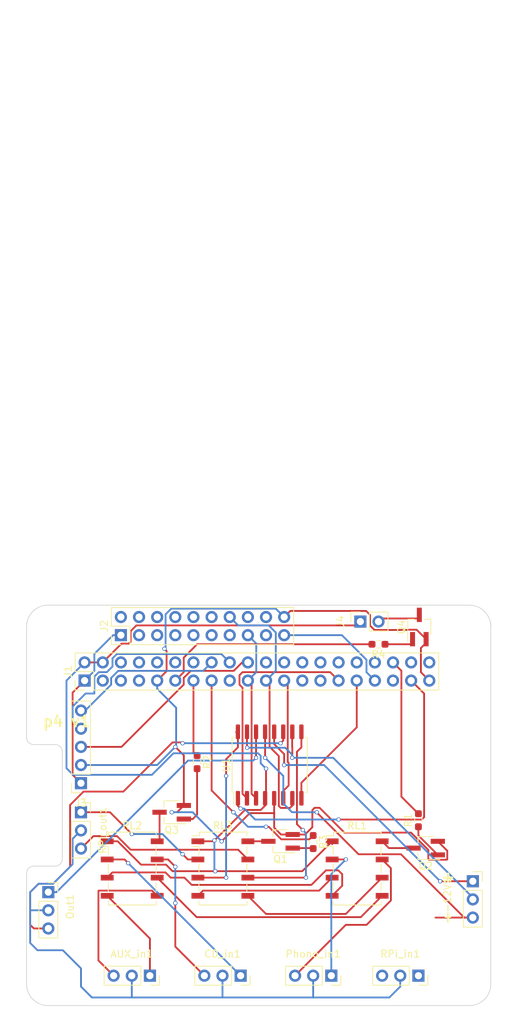
<source format=kicad_pcb>
(kicad_pcb (version 20171130) (host pcbnew "(5.1.9-0-10_14)")

  (general
    (thickness 1.6)
    (drawings 20)
    (tracks 398)
    (zones 0)
    (modules 27)
    (nets 46)
  )

  (page A4)
  (layers
    (0 F.Cu signal)
    (31 B.Cu signal)
    (32 B.Adhes user)
    (33 F.Adhes user)
    (34 B.Paste user)
    (35 F.Paste user)
    (36 B.SilkS user)
    (37 F.SilkS user)
    (38 B.Mask user)
    (39 F.Mask user)
    (40 Dwgs.User user)
    (41 Cmts.User user)
    (42 Eco1.User user)
    (43 Eco2.User user)
    (44 Edge.Cuts user)
    (45 Margin user)
    (46 B.CrtYd user)
    (47 F.CrtYd user)
    (48 B.Fab user)
    (49 F.Fab user)
  )

  (setup
    (last_trace_width 0.25)
    (user_trace_width 0.01)
    (user_trace_width 0.02)
    (user_trace_width 0.05)
    (user_trace_width 0.1)
    (user_trace_width 0.2)
    (trace_clearance 0.2)
    (zone_clearance 0.508)
    (zone_45_only no)
    (trace_min 0.01)
    (via_size 0.6)
    (via_drill 0.4)
    (via_min_size 0.4)
    (via_min_drill 0.3)
    (uvia_size 0.3)
    (uvia_drill 0.1)
    (uvias_allowed no)
    (uvia_min_size 0.2)
    (uvia_min_drill 0.1)
    (edge_width 0.1)
    (segment_width 0.2)
    (pcb_text_width 0.3)
    (pcb_text_size 1.5 1.5)
    (mod_edge_width 0.15)
    (mod_text_size 1 1)
    (mod_text_width 0.15)
    (pad_size 2.75 2.75)
    (pad_drill 2.75)
    (pad_to_mask_clearance 0)
    (aux_axis_origin 0 0)
    (visible_elements 7FFEFFFF)
    (pcbplotparams
      (layerselection 0x010f0_ffffffff)
      (usegerberextensions false)
      (usegerberattributes true)
      (usegerberadvancedattributes true)
      (creategerberjobfile true)
      (excludeedgelayer true)
      (linewidth 0.100000)
      (plotframeref false)
      (viasonmask false)
      (mode 1)
      (useauxorigin false)
      (hpglpennumber 1)
      (hpglpenspeed 20)
      (hpglpendiameter 15.000000)
      (psnegative false)
      (psa4output false)
      (plotreference true)
      (plotvalue true)
      (plotinvisibletext false)
      (padsonsilk false)
      (subtractmaskfromsilk false)
      (outputformat 1)
      (mirror false)
      (drillshape 0)
      (scaleselection 1)
      (outputdirectory "gerber"))
  )

  (net 0 "")
  (net 1 +5V)
  (net 2 GND)
  (net 3 "Net-(+-12V1-Pad1)")
  (net 4 "Net-(+-12V1-Pad2)")
  (net 5 /Aux_in_R)
  (net 6 "Net-(AUX_in1-Pad2)")
  (net 7 /Aux_in_L)
  (net 8 /CD_in_R)
  (net 9 /CD_in_L)
  (net 10 /Phono_in_R)
  (net 11 /Phono_in_L)
  (net 12 /RPI_out_R)
  (net 13 /RPi_out_L)
  (net 14 "#MUTE")
  (net 15 MISO)
  (net 16 SCLK)
  (net 17 MOSI)
  (net 18 "#CS")
  (net 19 ZCEN)
  (net 20 "Net-(+-12V1-Pad3)")
  (net 21 "#EPD_CS")
  (net 22 "Net-(J1-Pad20)")
  (net 23 "Net-(J1-Pad18)")
  (net 24 "Net-(J1-Pad16)")
  (net 25 +3V3)
  (net 26 "Net-(J4-Pad2)")
  (net 27 "Net-(Q1-Pad3)")
  (net 28 "Net-(Q2-Pad3)")
  (net 29 "Net-(Q3-Pad3)")
  (net 30 "Net-(Q4-Pad1)")
  (net 31 "Net-(Q1-Pad1)")
  (net 32 "Net-(Q2-Pad1)")
  (net 33 "Net-(Q3-Pad1)")
  (net 34 RL3)
  (net 35 RL2)
  (net 36 RL1)
  (net 37 RL4)
  (net 38 /OutR)
  (net 39 /OutL)
  (net 40 /INL)
  (net 41 /CD|Aux_L)
  (net 42 /CD|Aux_R)
  (net 43 /INR)
  (net 44 /VCL)
  (net 45 /VCR)

  (net_class Default "This is the default net class."
    (clearance 0.2)
    (trace_width 0.25)
    (via_dia 0.6)
    (via_drill 0.4)
    (uvia_dia 0.3)
    (uvia_drill 0.1)
    (add_net "#CS")
    (add_net "#EPD_CS")
    (add_net "#MUTE")
    (add_net +3V3)
    (add_net +5V)
    (add_net /Aux_in_L)
    (add_net /Aux_in_R)
    (add_net /CD_in_L)
    (add_net /CD_in_R)
    (add_net /CD|Aux_L)
    (add_net /CD|Aux_R)
    (add_net /INL)
    (add_net /INR)
    (add_net /OutL)
    (add_net /OutR)
    (add_net /Phono_in_L)
    (add_net /Phono_in_R)
    (add_net /RPI_out_R)
    (add_net /RPi_out_L)
    (add_net /VCL)
    (add_net /VCR)
    (add_net GND)
    (add_net MISO)
    (add_net MOSI)
    (add_net "Net-(+-12V1-Pad1)")
    (add_net "Net-(+-12V1-Pad2)")
    (add_net "Net-(+-12V1-Pad3)")
    (add_net "Net-(AUX_in1-Pad2)")
    (add_net "Net-(J1-Pad16)")
    (add_net "Net-(J1-Pad18)")
    (add_net "Net-(J1-Pad20)")
    (add_net "Net-(J4-Pad2)")
    (add_net "Net-(Q1-Pad1)")
    (add_net "Net-(Q1-Pad3)")
    (add_net "Net-(Q2-Pad1)")
    (add_net "Net-(Q2-Pad3)")
    (add_net "Net-(Q3-Pad1)")
    (add_net "Net-(Q3-Pad3)")
    (add_net "Net-(Q4-Pad1)")
    (add_net RL1)
    (add_net RL2)
    (add_net RL3)
    (add_net RL4)
    (add_net SCLK)
    (add_net ZCEN)
  )

  (module Relay_SMD:Relay_DPDT_Omron_G6K-2F (layer F.Cu) (tedit 5A57072F) (tstamp 64B6763E)
    (at 131.628 119.634)
    (descr "Omron G6K-2F relay package http://omronfs.omron.com/en_US/ecb/products/pdf/en-g6k.pdf")
    (tags "Omron G6K-2F relay")
    (path /64B6F903)
    (attr smd)
    (fp_text reference RL1 (at 0 -6) (layer F.SilkS)
      (effects (font (size 1 1) (thickness 0.15)))
    )
    (fp_text value Omron_G6K (at -0.04 6.3) (layer F.Fab)
      (effects (font (size 1 1) (thickness 0.15)))
    )
    (fp_line (start 4.65 5.25) (end -4.65 5.25) (layer F.CrtYd) (width 0.05))
    (fp_line (start 4.65 5.25) (end 4.65 -5.25) (layer F.CrtYd) (width 0.05))
    (fp_line (start -4.65 -5.25) (end -4.65 5.25) (layer F.CrtYd) (width 0.05))
    (fp_line (start -4.65 -5.25) (end 4.65 -5.25) (layer F.CrtYd) (width 0.05))
    (fp_line (start -2.24 -5) (end 3.26 -5) (layer F.Fab) (width 0.12))
    (fp_line (start 3.26 -5) (end 3.26 5) (layer F.Fab) (width 0.12))
    (fp_line (start 3.26 5) (end -3.24 5) (layer F.Fab) (width 0.12))
    (fp_line (start -3.24 5) (end -3.24 -4) (layer F.Fab) (width 0.12))
    (fp_line (start -3.24 -4) (end -2.24 -5) (layer F.Fab) (width 0.12))
    (fp_line (start -3.3 -5.09) (end 3.36 -5.1) (layer F.SilkS) (width 0.12))
    (fp_line (start 3.36 -5.1) (end 3.36 -4.6) (layer F.SilkS) (width 0.12))
    (fp_line (start 3.35 -3.1) (end 3.35 -1.95) (layer F.SilkS) (width 0.12))
    (fp_line (start 3.35 -0.6) (end 3.36 0.6) (layer F.SilkS) (width 0.12))
    (fp_line (start 3.35 2) (end 3.35 3.15) (layer F.SilkS) (width 0.12))
    (fp_line (start 3.36 4.6) (end 3.36 5.1) (layer F.SilkS) (width 0.12))
    (fp_line (start 3.36 5.1) (end -3.34 5.1) (layer F.SilkS) (width 0.12))
    (fp_line (start -3.34 5.1) (end -3.34 4.6) (layer F.SilkS) (width 0.12))
    (fp_line (start -3.35 3.2) (end -3.35 2) (layer F.SilkS) (width 0.12))
    (fp_line (start -3.34 0.6) (end -3.35 -0.6) (layer F.SilkS) (width 0.12))
    (fp_line (start -3.35 -1.95) (end -3.35 -3.1) (layer F.SilkS) (width 0.12))
    (fp_line (start -3.3 -5.09) (end -3.3 -4.59) (layer F.SilkS) (width 0.12))
    (fp_line (start -3.3 -4.59) (end -4.35 -4.6) (layer F.SilkS) (width 0.12))
    (fp_line (start -3.35 -3.09) (end -4.35 -3.1) (layer F.SilkS) (width 0.12))
    (fp_text user %R (at 0.01 0) (layer F.Fab)
      (effects (font (size 1 1) (thickness 0.15)))
    )
    (pad 1 smd rect (at -3.5 -3.81) (size 1.8 0.8) (layers F.Cu F.Paste F.Mask)
      (net 1 +5V))
    (pad 2 smd rect (at -3.5 -1.27) (size 1.8 0.8) (layers F.Cu F.Paste F.Mask)
      (net 11 /Phono_in_L))
    (pad 3 smd rect (at -3.5 1.27) (size 1.8 0.8) (layers F.Cu F.Paste F.Mask)
      (net 40 /INL))
    (pad 4 smd rect (at -3.5 3.81) (size 1.8 0.8) (layers F.Cu F.Paste F.Mask)
      (net 41 /CD|Aux_L))
    (pad 5 smd rect (at 3.5 3.81) (size 1.8 0.8) (layers F.Cu F.Paste F.Mask)
      (net 42 /CD|Aux_R))
    (pad 6 smd rect (at 3.5 1.27) (size 1.8 0.8) (layers F.Cu F.Paste F.Mask)
      (net 43 /INR))
    (pad 7 smd rect (at 3.5 -1.27) (size 1.8 0.8) (layers F.Cu F.Paste F.Mask)
      (net 10 /Phono_in_R))
    (pad 8 smd rect (at 3.5 -3.81) (size 1.8 0.8) (layers F.Cu F.Paste F.Mask)
      (net 28 "Net-(Q2-Pad3)"))
    (model ${KISYS3DMOD}/Relay_SMD.3dshapes/Relay_DPDT_Omron_G6K-2F.wrl
      (at (xyz 0 0 0))
      (scale (xyz 1 1 1))
      (rotate (xyz 0 0 0))
    )
  )

  (module Package_SO:SOIC-16W_7.5x10.3mm_P1.27mm (layer F.Cu) (tedit 5D9F72B1) (tstamp 64B5B74D)
    (at 119.38 105.156 90)
    (descr "SOIC, 16 Pin (JEDEC MS-013AA, https://www.analog.com/media/en/package-pcb-resources/package/pkg_pdf/soic_wide-rw/rw_16.pdf), generated with kicad-footprint-generator ipc_gullwing_generator.py")
    (tags "SOIC SO")
    (path /64B6F8FD)
    (attr smd)
    (fp_text reference U1 (at 0 -6.1 90) (layer F.SilkS)
      (effects (font (size 1 1) (thickness 0.15)))
    )
    (fp_text value PGA2310 (at 0 6.1 90) (layer F.Fab)
      (effects (font (size 1 1) (thickness 0.15)))
    )
    (fp_line (start 5.93 -5.4) (end -5.93 -5.4) (layer F.CrtYd) (width 0.05))
    (fp_line (start 5.93 5.4) (end 5.93 -5.4) (layer F.CrtYd) (width 0.05))
    (fp_line (start -5.93 5.4) (end 5.93 5.4) (layer F.CrtYd) (width 0.05))
    (fp_line (start -5.93 -5.4) (end -5.93 5.4) (layer F.CrtYd) (width 0.05))
    (fp_line (start -3.75 -4.15) (end -2.75 -5.15) (layer F.Fab) (width 0.1))
    (fp_line (start -3.75 5.15) (end -3.75 -4.15) (layer F.Fab) (width 0.1))
    (fp_line (start 3.75 5.15) (end -3.75 5.15) (layer F.Fab) (width 0.1))
    (fp_line (start 3.75 -5.15) (end 3.75 5.15) (layer F.Fab) (width 0.1))
    (fp_line (start -2.75 -5.15) (end 3.75 -5.15) (layer F.Fab) (width 0.1))
    (fp_line (start -3.86 -5.005) (end -5.675 -5.005) (layer F.SilkS) (width 0.12))
    (fp_line (start -3.86 -5.26) (end -3.86 -5.005) (layer F.SilkS) (width 0.12))
    (fp_line (start 0 -5.26) (end -3.86 -5.26) (layer F.SilkS) (width 0.12))
    (fp_line (start 3.86 -5.26) (end 3.86 -5.005) (layer F.SilkS) (width 0.12))
    (fp_line (start 0 -5.26) (end 3.86 -5.26) (layer F.SilkS) (width 0.12))
    (fp_line (start -3.86 5.26) (end -3.86 5.005) (layer F.SilkS) (width 0.12))
    (fp_line (start 0 5.26) (end -3.86 5.26) (layer F.SilkS) (width 0.12))
    (fp_line (start 3.86 5.26) (end 3.86 5.005) (layer F.SilkS) (width 0.12))
    (fp_line (start 0 5.26) (end 3.86 5.26) (layer F.SilkS) (width 0.12))
    (fp_text user %R (at 0 0 90) (layer F.Fab)
      (effects (font (size 1 1) (thickness 0.15)))
    )
    (pad 16 smd roundrect (at 4.65 -4.445 90) (size 2.05 0.6) (layers F.Cu F.Paste F.Mask) (roundrect_rratio 0.25)
      (net 44 /VCL))
    (pad 15 smd roundrect (at 4.65 -3.175 90) (size 2.05 0.6) (layers F.Cu F.Paste F.Mask) (roundrect_rratio 0.25)
      (net 4 "Net-(+-12V1-Pad2)"))
    (pad 14 smd roundrect (at 4.65 -1.905 90) (size 2.05 0.6) (layers F.Cu F.Paste F.Mask) (roundrect_rratio 0.25)
      (net 39 /OutL))
    (pad 13 smd roundrect (at 4.65 -0.635 90) (size 2.05 0.6) (layers F.Cu F.Paste F.Mask) (roundrect_rratio 0.25)
      (net 20 "Net-(+-12V1-Pad3)"))
    (pad 12 smd roundrect (at 4.65 0.635 90) (size 2.05 0.6) (layers F.Cu F.Paste F.Mask) (roundrect_rratio 0.25)
      (net 3 "Net-(+-12V1-Pad1)"))
    (pad 11 smd roundrect (at 4.65 1.905 90) (size 2.05 0.6) (layers F.Cu F.Paste F.Mask) (roundrect_rratio 0.25)
      (net 38 /OutR))
    (pad 10 smd roundrect (at 4.65 3.175 90) (size 2.05 0.6) (layers F.Cu F.Paste F.Mask) (roundrect_rratio 0.25)
      (net 4 "Net-(+-12V1-Pad2)"))
    (pad 9 smd roundrect (at 4.65 4.445 90) (size 2.05 0.6) (layers F.Cu F.Paste F.Mask) (roundrect_rratio 0.25)
      (net 45 /VCR))
    (pad 8 smd roundrect (at -4.65 4.445 90) (size 2.05 0.6) (layers F.Cu F.Paste F.Mask) (roundrect_rratio 0.25)
      (net 14 "#MUTE"))
    (pad 7 smd roundrect (at -4.65 3.175 90) (size 2.05 0.6) (layers F.Cu F.Paste F.Mask) (roundrect_rratio 0.25)
      (net 15 MISO))
    (pad 6 smd roundrect (at -4.65 1.905 90) (size 2.05 0.6) (layers F.Cu F.Paste F.Mask) (roundrect_rratio 0.25)
      (net 16 SCLK))
    (pad 5 smd roundrect (at -4.65 0.635 90) (size 2.05 0.6) (layers F.Cu F.Paste F.Mask) (roundrect_rratio 0.25)
      (net 2 GND))
    (pad 4 smd roundrect (at -4.65 -0.635 90) (size 2.05 0.6) (layers F.Cu F.Paste F.Mask) (roundrect_rratio 0.25)
      (net 1 +5V))
    (pad 3 smd roundrect (at -4.65 -1.905 90) (size 2.05 0.6) (layers F.Cu F.Paste F.Mask) (roundrect_rratio 0.25)
      (net 17 MOSI))
    (pad 2 smd roundrect (at -4.65 -3.175 90) (size 2.05 0.6) (layers F.Cu F.Paste F.Mask) (roundrect_rratio 0.25)
      (net 18 "#CS"))
    (pad 1 smd roundrect (at -4.65 -4.445 90) (size 2.05 0.6) (layers F.Cu F.Paste F.Mask) (roundrect_rratio 0.25)
      (net 19 ZCEN))
    (model ${KISYS3DMOD}/Package_SO.3dshapes/SOIC-16W_7.5x10.3mm_P1.27mm.wrl
      (at (xyz 0 0 0))
      (scale (xyz 1 1 1))
      (rotate (xyz 0 0 0))
    )
  )

  (module Connector_PinHeader_2.54mm:PinHeader_2x20_P2.54mm_Vertical (layer F.Cu) (tedit 59FED5CC) (tstamp 64D8035D)
    (at 93.472 93.345 90)
    (descr "Through hole straight pin header, 2x20, 2.54mm pitch, double rows")
    (tags "Through hole pin header THT 2x20 2.54mm double row")
    (path /64B7E937)
    (fp_text reference J1 (at 1.27 -2.33 90) (layer F.SilkS)
      (effects (font (size 1 1) (thickness 0.15)))
    )
    (fp_text value RPi_GPIO (at 1.27 50.59 90) (layer F.Fab)
      (effects (font (size 1 1) (thickness 0.15)))
    )
    (fp_line (start 4.35 -1.8) (end -1.8 -1.8) (layer F.CrtYd) (width 0.05))
    (fp_line (start 4.35 50.05) (end 4.35 -1.8) (layer F.CrtYd) (width 0.05))
    (fp_line (start -1.8 50.05) (end 4.35 50.05) (layer F.CrtYd) (width 0.05))
    (fp_line (start -1.8 -1.8) (end -1.8 50.05) (layer F.CrtYd) (width 0.05))
    (fp_line (start -1.33 -1.33) (end 0 -1.33) (layer F.SilkS) (width 0.12))
    (fp_line (start -1.33 0) (end -1.33 -1.33) (layer F.SilkS) (width 0.12))
    (fp_line (start 1.27 -1.33) (end 3.87 -1.33) (layer F.SilkS) (width 0.12))
    (fp_line (start 1.27 1.27) (end 1.27 -1.33) (layer F.SilkS) (width 0.12))
    (fp_line (start -1.33 1.27) (end 1.27 1.27) (layer F.SilkS) (width 0.12))
    (fp_line (start 3.87 -1.33) (end 3.87 49.59) (layer F.SilkS) (width 0.12))
    (fp_line (start -1.33 1.27) (end -1.33 49.59) (layer F.SilkS) (width 0.12))
    (fp_line (start -1.33 49.59) (end 3.87 49.59) (layer F.SilkS) (width 0.12))
    (fp_line (start -1.27 0) (end 0 -1.27) (layer F.Fab) (width 0.1))
    (fp_line (start -1.27 49.53) (end -1.27 0) (layer F.Fab) (width 0.1))
    (fp_line (start 3.81 49.53) (end -1.27 49.53) (layer F.Fab) (width 0.1))
    (fp_line (start 3.81 -1.27) (end 3.81 49.53) (layer F.Fab) (width 0.1))
    (fp_line (start 0 -1.27) (end 3.81 -1.27) (layer F.Fab) (width 0.1))
    (fp_text user %R (at 1.27 24.13) (layer F.Fab)
      (effects (font (size 1 1) (thickness 0.15)))
    )
    (pad 40 thru_hole oval (at 2.54 48.26 90) (size 1.7 1.7) (drill 1) (layers *.Cu *.Mask))
    (pad 39 thru_hole oval (at 0 48.26 90) (size 1.7 1.7) (drill 1) (layers *.Cu *.Mask)
      (net 2 GND))
    (pad 38 thru_hole oval (at 2.54 45.72 90) (size 1.7 1.7) (drill 1) (layers *.Cu *.Mask))
    (pad 37 thru_hole oval (at 0 45.72 90) (size 1.7 1.7) (drill 1) (layers *.Cu *.Mask)
      (net 19 ZCEN))
    (pad 36 thru_hole oval (at 2.54 43.18 90) (size 1.7 1.7) (drill 1) (layers *.Cu *.Mask)
      (net 36 RL1))
    (pad 35 thru_hole oval (at 0 43.18 90) (size 1.7 1.7) (drill 1) (layers *.Cu *.Mask))
    (pad 34 thru_hole oval (at 2.54 40.64 90) (size 1.7 1.7) (drill 1) (layers *.Cu *.Mask))
    (pad 33 thru_hole oval (at 0 40.64 90) (size 1.7 1.7) (drill 1) (layers *.Cu *.Mask)
      (net 21 "#EPD_CS"))
    (pad 32 thru_hole oval (at 2.54 38.1 90) (size 1.7 1.7) (drill 1) (layers *.Cu *.Mask))
    (pad 31 thru_hole oval (at 0 38.1 90) (size 1.7 1.7) (drill 1) (layers *.Cu *.Mask)
      (net 14 "#MUTE"))
    (pad 30 thru_hole oval (at 2.54 35.56 90) (size 1.7 1.7) (drill 1) (layers *.Cu *.Mask))
    (pad 29 thru_hole oval (at 0 35.56 90) (size 1.7 1.7) (drill 1) (layers *.Cu *.Mask)
      (net 18 "#CS"))
    (pad 28 thru_hole oval (at 2.54 33.02 90) (size 1.7 1.7) (drill 1) (layers *.Cu *.Mask))
    (pad 27 thru_hole oval (at 0 33.02 90) (size 1.7 1.7) (drill 1) (layers *.Cu *.Mask))
    (pad 26 thru_hole oval (at 2.54 30.48 90) (size 1.7 1.7) (drill 1) (layers *.Cu *.Mask))
    (pad 25 thru_hole oval (at 0 30.48 90) (size 1.7 1.7) (drill 1) (layers *.Cu *.Mask))
    (pad 24 thru_hole oval (at 2.54 27.94 90) (size 1.7 1.7) (drill 1) (layers *.Cu *.Mask))
    (pad 23 thru_hole oval (at 0 27.94 90) (size 1.7 1.7) (drill 1) (layers *.Cu *.Mask)
      (net 16 SCLK))
    (pad 22 thru_hole oval (at 2.54 25.4 90) (size 1.7 1.7) (drill 1) (layers *.Cu *.Mask))
    (pad 21 thru_hole oval (at 0 25.4 90) (size 1.7 1.7) (drill 1) (layers *.Cu *.Mask)
      (net 15 MISO))
    (pad 20 thru_hole oval (at 2.54 22.86 90) (size 1.7 1.7) (drill 1) (layers *.Cu *.Mask)
      (net 22 "Net-(J1-Pad20)"))
    (pad 19 thru_hole oval (at 0 22.86 90) (size 1.7 1.7) (drill 1) (layers *.Cu *.Mask)
      (net 17 MOSI))
    (pad 18 thru_hole oval (at 2.54 20.32 90) (size 1.7 1.7) (drill 1) (layers *.Cu *.Mask)
      (net 23 "Net-(J1-Pad18)"))
    (pad 17 thru_hole oval (at 0 20.32 90) (size 1.7 1.7) (drill 1) (layers *.Cu *.Mask))
    (pad 16 thru_hole oval (at 2.54 17.78 90) (size 1.7 1.7) (drill 1) (layers *.Cu *.Mask)
      (net 24 "Net-(J1-Pad16)"))
    (pad 15 thru_hole oval (at 0 17.78 90) (size 1.7 1.7) (drill 1) (layers *.Cu *.Mask)
      (net 34 RL3))
    (pad 14 thru_hole oval (at 2.54 15.24 90) (size 1.7 1.7) (drill 1) (layers *.Cu *.Mask))
    (pad 13 thru_hole oval (at 0 15.24 90) (size 1.7 1.7) (drill 1) (layers *.Cu *.Mask)
      (net 35 RL2))
    (pad 12 thru_hole oval (at 2.54 12.7 90) (size 1.7 1.7) (drill 1) (layers *.Cu *.Mask))
    (pad 11 thru_hole oval (at 0 12.7 90) (size 1.7 1.7) (drill 1) (layers *.Cu *.Mask)
      (net 37 RL4))
    (pad 10 thru_hole oval (at 2.54 10.16 90) (size 1.7 1.7) (drill 1) (layers *.Cu *.Mask))
    (pad 9 thru_hole oval (at 0 10.16 90) (size 1.7 1.7) (drill 1) (layers *.Cu *.Mask)
      (net 2 GND))
    (pad 8 thru_hole oval (at 2.54 7.62 90) (size 1.7 1.7) (drill 1) (layers *.Cu *.Mask))
    (pad 7 thru_hole oval (at 0 7.62 90) (size 1.7 1.7) (drill 1) (layers *.Cu *.Mask))
    (pad 6 thru_hole oval (at 2.54 5.08 90) (size 1.7 1.7) (drill 1) (layers *.Cu *.Mask))
    (pad 5 thru_hole oval (at 0 5.08 90) (size 1.7 1.7) (drill 1) (layers *.Cu *.Mask))
    (pad 4 thru_hole oval (at 2.54 2.54 90) (size 1.7 1.7) (drill 1) (layers *.Cu *.Mask)
      (net 1 +5V))
    (pad 3 thru_hole oval (at 0 2.54 90) (size 1.7 1.7) (drill 1) (layers *.Cu *.Mask))
    (pad 2 thru_hole oval (at 2.54 0 90) (size 1.7 1.7) (drill 1) (layers *.Cu *.Mask)
      (net 1 +5V))
    (pad 1 thru_hole rect (at 0 0 90) (size 1.7 1.7) (drill 1) (layers *.Cu *.Mask)
      (net 25 +3V3))
    (model ${KISYS3DMOD}/Connector_PinHeader_2.54mm.3dshapes/PinHeader_2x20_P2.54mm_Vertical.wrl
      (at (xyz 0 0 0))
      (scale (xyz 1 1 1))
      (rotate (xyz 0 0 0))
    )
  )

  (module Resistor_SMD:R_0603_1608Metric_Pad0.98x0.95mm_HandSolder (layer F.Cu) (tedit 5F68FEEE) (tstamp 64C95AE8)
    (at 134.62 88.265 180)
    (descr "Resistor SMD 0603 (1608 Metric), square (rectangular) end terminal, IPC_7351 nominal with elongated pad for handsoldering. (Body size source: IPC-SM-782 page 72, https://www.pcb-3d.com/wordpress/wp-content/uploads/ipc-sm-782a_amendment_1_and_2.pdf), generated with kicad-footprint-generator")
    (tags "resistor handsolder")
    (path /64BF20BA)
    (attr smd)
    (fp_text reference R4 (at 0 -1.43) (layer F.SilkS)
      (effects (font (size 1 1) (thickness 0.15)))
    )
    (fp_text value 1k (at 0 1.43) (layer F.Fab)
      (effects (font (size 1 1) (thickness 0.15)))
    )
    (fp_line (start -0.8 0.4125) (end -0.8 -0.4125) (layer F.Fab) (width 0.1))
    (fp_line (start -0.8 -0.4125) (end 0.8 -0.4125) (layer F.Fab) (width 0.1))
    (fp_line (start 0.8 -0.4125) (end 0.8 0.4125) (layer F.Fab) (width 0.1))
    (fp_line (start 0.8 0.4125) (end -0.8 0.4125) (layer F.Fab) (width 0.1))
    (fp_line (start -0.254724 -0.5225) (end 0.254724 -0.5225) (layer F.SilkS) (width 0.12))
    (fp_line (start -0.254724 0.5225) (end 0.254724 0.5225) (layer F.SilkS) (width 0.12))
    (fp_line (start -1.65 0.73) (end -1.65 -0.73) (layer F.CrtYd) (width 0.05))
    (fp_line (start -1.65 -0.73) (end 1.65 -0.73) (layer F.CrtYd) (width 0.05))
    (fp_line (start 1.65 -0.73) (end 1.65 0.73) (layer F.CrtYd) (width 0.05))
    (fp_line (start 1.65 0.73) (end -1.65 0.73) (layer F.CrtYd) (width 0.05))
    (fp_text user %R (at 0 0) (layer F.Fab)
      (effects (font (size 0.4 0.4) (thickness 0.06)))
    )
    (pad 2 smd roundrect (at 0.9125 0 180) (size 0.975 0.95) (layers F.Cu F.Paste F.Mask) (roundrect_rratio 0.25)
      (net 37 RL4))
    (pad 1 smd roundrect (at -0.9125 0 180) (size 0.975 0.95) (layers F.Cu F.Paste F.Mask) (roundrect_rratio 0.25)
      (net 30 "Net-(Q4-Pad1)"))
    (model ${KISYS3DMOD}/Resistor_SMD.3dshapes/R_0603_1608Metric.wrl
      (at (xyz 0 0 0))
      (scale (xyz 1 1 1))
      (rotate (xyz 0 0 0))
    )
  )

  (module Resistor_SMD:R_0603_1608Metric_Pad0.98x0.95mm_HandSolder (layer F.Cu) (tedit 5F68FEEE) (tstamp 64B95397)
    (at 125.476 115.9275 270)
    (descr "Resistor SMD 0603 (1608 Metric), square (rectangular) end terminal, IPC_7351 nominal with elongated pad for handsoldering. (Body size source: IPC-SM-782 page 72, https://www.pcb-3d.com/wordpress/wp-content/uploads/ipc-sm-782a_amendment_1_and_2.pdf), generated with kicad-footprint-generator")
    (tags "resistor handsolder")
    (path /64BFABAB)
    (attr smd)
    (fp_text reference R3 (at 0 -1.43 90) (layer F.SilkS)
      (effects (font (size 1 1) (thickness 0.15)))
    )
    (fp_text value 1k (at 0 1.43 90) (layer F.Fab)
      (effects (font (size 1 1) (thickness 0.15)))
    )
    (fp_line (start -0.8 0.4125) (end -0.8 -0.4125) (layer F.Fab) (width 0.1))
    (fp_line (start -0.8 -0.4125) (end 0.8 -0.4125) (layer F.Fab) (width 0.1))
    (fp_line (start 0.8 -0.4125) (end 0.8 0.4125) (layer F.Fab) (width 0.1))
    (fp_line (start 0.8 0.4125) (end -0.8 0.4125) (layer F.Fab) (width 0.1))
    (fp_line (start -0.254724 -0.5225) (end 0.254724 -0.5225) (layer F.SilkS) (width 0.12))
    (fp_line (start -0.254724 0.5225) (end 0.254724 0.5225) (layer F.SilkS) (width 0.12))
    (fp_line (start -1.65 0.73) (end -1.65 -0.73) (layer F.CrtYd) (width 0.05))
    (fp_line (start -1.65 -0.73) (end 1.65 -0.73) (layer F.CrtYd) (width 0.05))
    (fp_line (start 1.65 -0.73) (end 1.65 0.73) (layer F.CrtYd) (width 0.05))
    (fp_line (start 1.65 0.73) (end -1.65 0.73) (layer F.CrtYd) (width 0.05))
    (fp_text user %R (at 0 0 90) (layer F.Fab)
      (effects (font (size 0.4 0.4) (thickness 0.06)))
    )
    (pad 2 smd roundrect (at 0.9125 0 270) (size 0.975 0.95) (layers F.Cu F.Paste F.Mask) (roundrect_rratio 0.25)
      (net 31 "Net-(Q1-Pad1)"))
    (pad 1 smd roundrect (at -0.9125 0 270) (size 0.975 0.95) (layers F.Cu F.Paste F.Mask) (roundrect_rratio 0.25)
      (net 34 RL3))
    (model ${KISYS3DMOD}/Resistor_SMD.3dshapes/R_0603_1608Metric.wrl
      (at (xyz 0 0 0))
      (scale (xyz 1 1 1))
      (rotate (xyz 0 0 0))
    )
  )

  (module Resistor_SMD:R_0603_1608Metric_Pad0.98x0.95mm_HandSolder (layer F.Cu) (tedit 5F68FEEE) (tstamp 64B95386)
    (at 109.22 104.7515 270)
    (descr "Resistor SMD 0603 (1608 Metric), square (rectangular) end terminal, IPC_7351 nominal with elongated pad for handsoldering. (Body size source: IPC-SM-782 page 72, https://www.pcb-3d.com/wordpress/wp-content/uploads/ipc-sm-782a_amendment_1_and_2.pdf), generated with kicad-footprint-generator")
    (tags "resistor handsolder")
    (path /64BFA431)
    (attr smd)
    (fp_text reference R2 (at 0 -1.43 90) (layer F.SilkS)
      (effects (font (size 1 1) (thickness 0.15)))
    )
    (fp_text value 1k (at 0 1.43 90) (layer F.Fab)
      (effects (font (size 1 1) (thickness 0.15)))
    )
    (fp_line (start -0.8 0.4125) (end -0.8 -0.4125) (layer F.Fab) (width 0.1))
    (fp_line (start -0.8 -0.4125) (end 0.8 -0.4125) (layer F.Fab) (width 0.1))
    (fp_line (start 0.8 -0.4125) (end 0.8 0.4125) (layer F.Fab) (width 0.1))
    (fp_line (start 0.8 0.4125) (end -0.8 0.4125) (layer F.Fab) (width 0.1))
    (fp_line (start -0.254724 -0.5225) (end 0.254724 -0.5225) (layer F.SilkS) (width 0.12))
    (fp_line (start -0.254724 0.5225) (end 0.254724 0.5225) (layer F.SilkS) (width 0.12))
    (fp_line (start -1.65 0.73) (end -1.65 -0.73) (layer F.CrtYd) (width 0.05))
    (fp_line (start -1.65 -0.73) (end 1.65 -0.73) (layer F.CrtYd) (width 0.05))
    (fp_line (start 1.65 -0.73) (end 1.65 0.73) (layer F.CrtYd) (width 0.05))
    (fp_line (start 1.65 0.73) (end -1.65 0.73) (layer F.CrtYd) (width 0.05))
    (fp_text user %R (at 0 0 90) (layer F.Fab)
      (effects (font (size 0.4 0.4) (thickness 0.06)))
    )
    (pad 2 smd roundrect (at 0.9125 0 270) (size 0.975 0.95) (layers F.Cu F.Paste F.Mask) (roundrect_rratio 0.25)
      (net 33 "Net-(Q3-Pad1)"))
    (pad 1 smd roundrect (at -0.9125 0 270) (size 0.975 0.95) (layers F.Cu F.Paste F.Mask) (roundrect_rratio 0.25)
      (net 35 RL2))
    (model ${KISYS3DMOD}/Resistor_SMD.3dshapes/R_0603_1608Metric.wrl
      (at (xyz 0 0 0))
      (scale (xyz 1 1 1))
      (rotate (xyz 0 0 0))
    )
  )

  (module Resistor_SMD:R_0603_1608Metric_Pad0.98x0.95mm_HandSolder (layer F.Cu) (tedit 5F68FEEE) (tstamp 64B95375)
    (at 140.208 112.8795 90)
    (descr "Resistor SMD 0603 (1608 Metric), square (rectangular) end terminal, IPC_7351 nominal with elongated pad for handsoldering. (Body size source: IPC-SM-782 page 72, https://www.pcb-3d.com/wordpress/wp-content/uploads/ipc-sm-782a_amendment_1_and_2.pdf), generated with kicad-footprint-generator")
    (tags "resistor handsolder")
    (path /64BFADE9)
    (attr smd)
    (fp_text reference R1 (at 0 -1.43 90) (layer F.SilkS)
      (effects (font (size 1 1) (thickness 0.15)))
    )
    (fp_text value 1k (at 0 1.43 90) (layer F.Fab)
      (effects (font (size 1 1) (thickness 0.15)))
    )
    (fp_line (start -0.8 0.4125) (end -0.8 -0.4125) (layer F.Fab) (width 0.1))
    (fp_line (start -0.8 -0.4125) (end 0.8 -0.4125) (layer F.Fab) (width 0.1))
    (fp_line (start 0.8 -0.4125) (end 0.8 0.4125) (layer F.Fab) (width 0.1))
    (fp_line (start 0.8 0.4125) (end -0.8 0.4125) (layer F.Fab) (width 0.1))
    (fp_line (start -0.254724 -0.5225) (end 0.254724 -0.5225) (layer F.SilkS) (width 0.12))
    (fp_line (start -0.254724 0.5225) (end 0.254724 0.5225) (layer F.SilkS) (width 0.12))
    (fp_line (start -1.65 0.73) (end -1.65 -0.73) (layer F.CrtYd) (width 0.05))
    (fp_line (start -1.65 -0.73) (end 1.65 -0.73) (layer F.CrtYd) (width 0.05))
    (fp_line (start 1.65 -0.73) (end 1.65 0.73) (layer F.CrtYd) (width 0.05))
    (fp_line (start 1.65 0.73) (end -1.65 0.73) (layer F.CrtYd) (width 0.05))
    (fp_text user %R (at 0 0 90) (layer F.Fab)
      (effects (font (size 0.4 0.4) (thickness 0.06)))
    )
    (pad 2 smd roundrect (at 0.9125 0 90) (size 0.975 0.95) (layers F.Cu F.Paste F.Mask) (roundrect_rratio 0.25)
      (net 36 RL1))
    (pad 1 smd roundrect (at -0.9125 0 90) (size 0.975 0.95) (layers F.Cu F.Paste F.Mask) (roundrect_rratio 0.25)
      (net 32 "Net-(Q2-Pad1)"))
    (model ${KISYS3DMOD}/Resistor_SMD.3dshapes/R_0603_1608Metric.wrl
      (at (xyz 0 0 0))
      (scale (xyz 1 1 1))
      (rotate (xyz 0 0 0))
    )
  )

  (module Package_TO_SOT_SMD:SOT-23W_Handsoldering (layer F.Cu) (tedit 5A02FF57) (tstamp 64B96166)
    (at 140.335 85.852 90)
    (descr "SOT-23W http://www.allegromicro.com/~/media/Files/Datasheets/A112x-Datasheet.ashx?la=en&hash=7BC461E058CC246E0BAB62433B2F1ECA104CA9D3")
    (tags "SOT-23W for handsoldering")
    (path /64BE571F)
    (attr smd)
    (fp_text reference Q4 (at 0 -2.5 90) (layer F.SilkS)
      (effects (font (size 1 1) (thickness 0.15)))
    )
    (fp_text value Q_NPN_BEC (at 0 2.5 90) (layer F.Fab)
      (effects (font (size 1 1) (thickness 0.15)))
    )
    (fp_line (start 1.075 0.7) (end 1.075 1.61) (layer F.SilkS) (width 0.12))
    (fp_line (start 1.075 -1.6) (end 1.075 -0.7) (layer F.SilkS) (width 0.12))
    (fp_line (start -2 -1.61) (end 1.075 -1.61) (layer F.SilkS) (width 0.12))
    (fp_line (start -1.075 1.61) (end 1.075 1.61) (layer F.SilkS) (width 0.12))
    (fp_line (start -0.955 -0.49) (end -0.955 1.49) (layer F.Fab) (width 0.1))
    (fp_line (start 0.045 -1.49) (end 0.955 -1.49) (layer F.Fab) (width 0.1))
    (fp_line (start -0.955 -0.49) (end 0.045 -1.49) (layer F.Fab) (width 0.1))
    (fp_line (start 0.955 -1.49) (end 0.955 1.49) (layer F.Fab) (width 0.1))
    (fp_line (start -0.955 1.49) (end 0.955 1.49) (layer F.Fab) (width 0.1))
    (fp_line (start -2.95 -1.74) (end 2.95 -1.74) (layer F.CrtYd) (width 0.05))
    (fp_line (start 2.95 -1.74) (end 2.95 1.74) (layer F.CrtYd) (width 0.05))
    (fp_line (start 2.95 1.74) (end -2.95 1.74) (layer F.CrtYd) (width 0.05))
    (fp_line (start -2.95 1.74) (end -2.95 -1.74) (layer F.CrtYd) (width 0.05))
    (fp_text user %R (at 0 0 90) (layer F.Fab)
      (effects (font (size 0.5 0.5) (thickness 0.075)))
    )
    (pad 3 smd rect (at 1.7 0 90) (size 2 0.7) (layers F.Cu F.Paste F.Mask)
      (net 26 "Net-(J4-Pad2)"))
    (pad 2 smd rect (at -1.7 0.95 90) (size 2 0.7) (layers F.Cu F.Paste F.Mask)
      (net 2 GND))
    (pad 1 smd rect (at -1.7 -0.95 90) (size 2 0.7) (layers F.Cu F.Paste F.Mask)
      (net 30 "Net-(Q4-Pad1)"))
    (model ${KISYS3DMOD}/Package_TO_SOT_SMD.3dshapes/SOT-23W_Handsoldering.wrl
      (at (xyz 0 0 0))
      (scale (xyz 1 1 1))
      (rotate (xyz 0 0 0))
    )
  )

  (module Package_TO_SOT_SMD:SOT-23W_Handsoldering (layer F.Cu) (tedit 5A02FF57) (tstamp 64B9534F)
    (at 105.664 111.76 180)
    (descr "SOT-23W http://www.allegromicro.com/~/media/Files/Datasheets/A112x-Datasheet.ashx?la=en&hash=7BC461E058CC246E0BAB62433B2F1ECA104CA9D3")
    (tags "SOT-23W for handsoldering")
    (path /64BBFDC0)
    (attr smd)
    (fp_text reference Q3 (at 0 -2.5) (layer F.SilkS)
      (effects (font (size 1 1) (thickness 0.15)))
    )
    (fp_text value Q_NPN_BEC (at 0 2.5) (layer F.Fab)
      (effects (font (size 1 1) (thickness 0.15)))
    )
    (fp_line (start 1.075 0.7) (end 1.075 1.61) (layer F.SilkS) (width 0.12))
    (fp_line (start 1.075 -1.6) (end 1.075 -0.7) (layer F.SilkS) (width 0.12))
    (fp_line (start -2 -1.61) (end 1.075 -1.61) (layer F.SilkS) (width 0.12))
    (fp_line (start -1.075 1.61) (end 1.075 1.61) (layer F.SilkS) (width 0.12))
    (fp_line (start -0.955 -0.49) (end -0.955 1.49) (layer F.Fab) (width 0.1))
    (fp_line (start 0.045 -1.49) (end 0.955 -1.49) (layer F.Fab) (width 0.1))
    (fp_line (start -0.955 -0.49) (end 0.045 -1.49) (layer F.Fab) (width 0.1))
    (fp_line (start 0.955 -1.49) (end 0.955 1.49) (layer F.Fab) (width 0.1))
    (fp_line (start -0.955 1.49) (end 0.955 1.49) (layer F.Fab) (width 0.1))
    (fp_line (start -2.95 -1.74) (end 2.95 -1.74) (layer F.CrtYd) (width 0.05))
    (fp_line (start 2.95 -1.74) (end 2.95 1.74) (layer F.CrtYd) (width 0.05))
    (fp_line (start 2.95 1.74) (end -2.95 1.74) (layer F.CrtYd) (width 0.05))
    (fp_line (start -2.95 1.74) (end -2.95 -1.74) (layer F.CrtYd) (width 0.05))
    (fp_text user %R (at 0 0 90) (layer F.Fab)
      (effects (font (size 0.5 0.5) (thickness 0.075)))
    )
    (pad 3 smd rect (at 1.7 0 180) (size 2 0.7) (layers F.Cu F.Paste F.Mask)
      (net 29 "Net-(Q3-Pad3)"))
    (pad 2 smd rect (at -1.7 0.95 180) (size 2 0.7) (layers F.Cu F.Paste F.Mask)
      (net 2 GND))
    (pad 1 smd rect (at -1.7 -0.95 180) (size 2 0.7) (layers F.Cu F.Paste F.Mask)
      (net 33 "Net-(Q3-Pad1)"))
    (model ${KISYS3DMOD}/Package_TO_SOT_SMD.3dshapes/SOT-23W_Handsoldering.wrl
      (at (xyz 0 0 0))
      (scale (xyz 1 1 1))
      (rotate (xyz 0 0 0))
    )
  )

  (module Package_TO_SOT_SMD:SOT-23W_Handsoldering (layer F.Cu) (tedit 5A02FF57) (tstamp 64B95EAC)
    (at 141.224 116.774 180)
    (descr "SOT-23W http://www.allegromicro.com/~/media/Files/Datasheets/A112x-Datasheet.ashx?la=en&hash=7BC461E058CC246E0BAB62433B2F1ECA104CA9D3")
    (tags "SOT-23W for handsoldering")
    (path /64BBEB2C)
    (attr smd)
    (fp_text reference Q2 (at 0 -2.5) (layer F.SilkS)
      (effects (font (size 1 1) (thickness 0.15)))
    )
    (fp_text value Q_NPN_BEC (at 0 2.5) (layer F.Fab)
      (effects (font (size 1 1) (thickness 0.15)))
    )
    (fp_line (start 1.075 0.7) (end 1.075 1.61) (layer F.SilkS) (width 0.12))
    (fp_line (start 1.075 -1.6) (end 1.075 -0.7) (layer F.SilkS) (width 0.12))
    (fp_line (start -2 -1.61) (end 1.075 -1.61) (layer F.SilkS) (width 0.12))
    (fp_line (start -1.075 1.61) (end 1.075 1.61) (layer F.SilkS) (width 0.12))
    (fp_line (start -0.955 -0.49) (end -0.955 1.49) (layer F.Fab) (width 0.1))
    (fp_line (start 0.045 -1.49) (end 0.955 -1.49) (layer F.Fab) (width 0.1))
    (fp_line (start -0.955 -0.49) (end 0.045 -1.49) (layer F.Fab) (width 0.1))
    (fp_line (start 0.955 -1.49) (end 0.955 1.49) (layer F.Fab) (width 0.1))
    (fp_line (start -0.955 1.49) (end 0.955 1.49) (layer F.Fab) (width 0.1))
    (fp_line (start -2.95 -1.74) (end 2.95 -1.74) (layer F.CrtYd) (width 0.05))
    (fp_line (start 2.95 -1.74) (end 2.95 1.74) (layer F.CrtYd) (width 0.05))
    (fp_line (start 2.95 1.74) (end -2.95 1.74) (layer F.CrtYd) (width 0.05))
    (fp_line (start -2.95 1.74) (end -2.95 -1.74) (layer F.CrtYd) (width 0.05))
    (fp_text user %R (at 0 0 90) (layer F.Fab)
      (effects (font (size 0.5 0.5) (thickness 0.075)))
    )
    (pad 3 smd rect (at 1.7 0 180) (size 2 0.7) (layers F.Cu F.Paste F.Mask)
      (net 28 "Net-(Q2-Pad3)"))
    (pad 2 smd rect (at -1.7 0.95 180) (size 2 0.7) (layers F.Cu F.Paste F.Mask)
      (net 2 GND))
    (pad 1 smd rect (at -1.7 -0.95 180) (size 2 0.7) (layers F.Cu F.Paste F.Mask)
      (net 32 "Net-(Q2-Pad1)"))
    (model ${KISYS3DMOD}/Package_TO_SOT_SMD.3dshapes/SOT-23W_Handsoldering.wrl
      (at (xyz 0 0 0))
      (scale (xyz 1 1 1))
      (rotate (xyz 0 0 0))
    )
  )

  (module Package_TO_SOT_SMD:SOT-23W_Handsoldering (layer F.Cu) (tedit 5A02FF57) (tstamp 64B95FCE)
    (at 120.904 115.824 180)
    (descr "SOT-23W http://www.allegromicro.com/~/media/Files/Datasheets/A112x-Datasheet.ashx?la=en&hash=7BC461E058CC246E0BAB62433B2F1ECA104CA9D3")
    (tags "SOT-23W for handsoldering")
    (path /64B97C8F)
    (attr smd)
    (fp_text reference Q1 (at 0 -2.5) (layer F.SilkS)
      (effects (font (size 1 1) (thickness 0.15)))
    )
    (fp_text value Q_NPN_BEC (at 0 2.5) (layer F.Fab)
      (effects (font (size 1 1) (thickness 0.15)))
    )
    (fp_line (start 1.075 0.7) (end 1.075 1.61) (layer F.SilkS) (width 0.12))
    (fp_line (start 1.075 -1.6) (end 1.075 -0.7) (layer F.SilkS) (width 0.12))
    (fp_line (start -2 -1.61) (end 1.075 -1.61) (layer F.SilkS) (width 0.12))
    (fp_line (start -1.075 1.61) (end 1.075 1.61) (layer F.SilkS) (width 0.12))
    (fp_line (start -0.955 -0.49) (end -0.955 1.49) (layer F.Fab) (width 0.1))
    (fp_line (start 0.045 -1.49) (end 0.955 -1.49) (layer F.Fab) (width 0.1))
    (fp_line (start -0.955 -0.49) (end 0.045 -1.49) (layer F.Fab) (width 0.1))
    (fp_line (start 0.955 -1.49) (end 0.955 1.49) (layer F.Fab) (width 0.1))
    (fp_line (start -0.955 1.49) (end 0.955 1.49) (layer F.Fab) (width 0.1))
    (fp_line (start -2.95 -1.74) (end 2.95 -1.74) (layer F.CrtYd) (width 0.05))
    (fp_line (start 2.95 -1.74) (end 2.95 1.74) (layer F.CrtYd) (width 0.05))
    (fp_line (start 2.95 1.74) (end -2.95 1.74) (layer F.CrtYd) (width 0.05))
    (fp_line (start -2.95 1.74) (end -2.95 -1.74) (layer F.CrtYd) (width 0.05))
    (fp_text user %R (at 0 0 90) (layer F.Fab)
      (effects (font (size 0.5 0.5) (thickness 0.075)))
    )
    (pad 3 smd rect (at 1.7 0 180) (size 2 0.7) (layers F.Cu F.Paste F.Mask)
      (net 27 "Net-(Q1-Pad3)"))
    (pad 2 smd rect (at -1.7 0.95 180) (size 2 0.7) (layers F.Cu F.Paste F.Mask)
      (net 2 GND))
    (pad 1 smd rect (at -1.7 -0.95 180) (size 2 0.7) (layers F.Cu F.Paste F.Mask)
      (net 31 "Net-(Q1-Pad1)"))
    (model ${KISYS3DMOD}/Package_TO_SOT_SMD.3dshapes/SOT-23W_Handsoldering.wrl
      (at (xyz 0 0 0))
      (scale (xyz 1 1 1))
      (rotate (xyz 0 0 0))
    )
  )

  (module Connector_PinSocket_2.54mm:PinSocket_1x02_P2.54mm_Vertical (layer F.Cu) (tedit 5A19A420) (tstamp 64B862B7)
    (at 132.08 85.09 90)
    (descr "Through hole straight socket strip, 1x02, 2.54mm pitch, single row (from Kicad 4.0.7), script generated")
    (tags "Through hole socket strip THT 1x02 2.54mm single row")
    (path /64B917D8)
    (fp_text reference J4 (at 0 -2.77 90) (layer F.SilkS)
      (effects (font (size 1 1) (thickness 0.15)))
    )
    (fp_text value Conn_01x02_Male (at 0 5.31 90) (layer F.Fab)
      (effects (font (size 1 1) (thickness 0.15)))
    )
    (fp_line (start -1.8 4.3) (end -1.8 -1.8) (layer F.CrtYd) (width 0.05))
    (fp_line (start 1.75 4.3) (end -1.8 4.3) (layer F.CrtYd) (width 0.05))
    (fp_line (start 1.75 -1.8) (end 1.75 4.3) (layer F.CrtYd) (width 0.05))
    (fp_line (start -1.8 -1.8) (end 1.75 -1.8) (layer F.CrtYd) (width 0.05))
    (fp_line (start 0 -1.33) (end 1.33 -1.33) (layer F.SilkS) (width 0.12))
    (fp_line (start 1.33 -1.33) (end 1.33 0) (layer F.SilkS) (width 0.12))
    (fp_line (start 1.33 1.27) (end 1.33 3.87) (layer F.SilkS) (width 0.12))
    (fp_line (start -1.33 3.87) (end 1.33 3.87) (layer F.SilkS) (width 0.12))
    (fp_line (start -1.33 1.27) (end -1.33 3.87) (layer F.SilkS) (width 0.12))
    (fp_line (start -1.33 1.27) (end 1.33 1.27) (layer F.SilkS) (width 0.12))
    (fp_line (start -1.27 3.81) (end -1.27 -1.27) (layer F.Fab) (width 0.1))
    (fp_line (start 1.27 3.81) (end -1.27 3.81) (layer F.Fab) (width 0.1))
    (fp_line (start 1.27 -0.635) (end 1.27 3.81) (layer F.Fab) (width 0.1))
    (fp_line (start 0.635 -1.27) (end 1.27 -0.635) (layer F.Fab) (width 0.1))
    (fp_line (start -1.27 -1.27) (end 0.635 -1.27) (layer F.Fab) (width 0.1))
    (fp_text user %R (at 0 1.27) (layer F.Fab)
      (effects (font (size 1 1) (thickness 0.15)))
    )
    (pad 2 thru_hole oval (at 0 2.54 90) (size 1.7 1.7) (drill 1) (layers *.Cu *.Mask)
      (net 26 "Net-(J4-Pad2)"))
    (pad 1 thru_hole rect (at 0 0 90) (size 1.7 1.7) (drill 1) (layers *.Cu *.Mask)
      (net 1 +5V))
    (model ${KISYS3DMOD}/Connector_PinSocket_2.54mm.3dshapes/PinSocket_1x02_P2.54mm_Vertical.wrl
      (at (xyz 0 0 0))
      (scale (xyz 1 1 1))
      (rotate (xyz 0 0 0))
    )
  )

  (module Connector_PinHeader_2.54mm:PinHeader_2x10_P2.54mm_Vertical (layer F.Cu) (tedit 59FED5CC) (tstamp 64B84F68)
    (at 98.552 86.995 90)
    (descr "Through hole straight pin header, 2x10, 2.54mm pitch, double rows")
    (tags "Through hole pin header THT 2x10 2.54mm double row")
    (path /64B9CA24)
    (fp_text reference J2 (at 1.27 -2.33 90) (layer F.SilkS)
      (effects (font (size 1 1) (thickness 0.15)))
    )
    (fp_text value Conn_02x10_Odd_Even (at 1.27 25.19 90) (layer F.Fab)
      (effects (font (size 1 1) (thickness 0.15)))
    )
    (fp_line (start 4.35 -1.8) (end -1.8 -1.8) (layer F.CrtYd) (width 0.05))
    (fp_line (start 4.35 24.65) (end 4.35 -1.8) (layer F.CrtYd) (width 0.05))
    (fp_line (start -1.8 24.65) (end 4.35 24.65) (layer F.CrtYd) (width 0.05))
    (fp_line (start -1.8 -1.8) (end -1.8 24.65) (layer F.CrtYd) (width 0.05))
    (fp_line (start -1.33 -1.33) (end 0 -1.33) (layer F.SilkS) (width 0.12))
    (fp_line (start -1.33 0) (end -1.33 -1.33) (layer F.SilkS) (width 0.12))
    (fp_line (start 1.27 -1.33) (end 3.87 -1.33) (layer F.SilkS) (width 0.12))
    (fp_line (start 1.27 1.27) (end 1.27 -1.33) (layer F.SilkS) (width 0.12))
    (fp_line (start -1.33 1.27) (end 1.27 1.27) (layer F.SilkS) (width 0.12))
    (fp_line (start 3.87 -1.33) (end 3.87 24.19) (layer F.SilkS) (width 0.12))
    (fp_line (start -1.33 1.27) (end -1.33 24.19) (layer F.SilkS) (width 0.12))
    (fp_line (start -1.33 24.19) (end 3.87 24.19) (layer F.SilkS) (width 0.12))
    (fp_line (start -1.27 0) (end 0 -1.27) (layer F.Fab) (width 0.1))
    (fp_line (start -1.27 24.13) (end -1.27 0) (layer F.Fab) (width 0.1))
    (fp_line (start 3.81 24.13) (end -1.27 24.13) (layer F.Fab) (width 0.1))
    (fp_line (start 3.81 -1.27) (end 3.81 24.13) (layer F.Fab) (width 0.1))
    (fp_line (start 0 -1.27) (end 3.81 -1.27) (layer F.Fab) (width 0.1))
    (fp_text user %R (at 1.27 11.43) (layer F.Fab)
      (effects (font (size 1 1) (thickness 0.15)))
    )
    (pad 20 thru_hole oval (at 2.54 22.86 90) (size 1.7 1.7) (drill 1) (layers *.Cu *.Mask)
      (net 2 GND))
    (pad 19 thru_hole oval (at 0 22.86 90) (size 1.7 1.7) (drill 1) (layers *.Cu *.Mask)
      (net 21 "#EPD_CS"))
    (pad 18 thru_hole oval (at 2.54 20.32 90) (size 1.7 1.7) (drill 1) (layers *.Cu *.Mask))
    (pad 17 thru_hole oval (at 0 20.32 90) (size 1.7 1.7) (drill 1) (layers *.Cu *.Mask))
    (pad 16 thru_hole oval (at 2.54 17.78 90) (size 1.7 1.7) (drill 1) (layers *.Cu *.Mask))
    (pad 15 thru_hole oval (at 0 17.78 90) (size 1.7 1.7) (drill 1) (layers *.Cu *.Mask)
      (net 17 MOSI))
    (pad 14 thru_hole oval (at 2.54 15.24 90) (size 1.7 1.7) (drill 1) (layers *.Cu *.Mask)
      (net 15 MISO))
    (pad 13 thru_hole oval (at 0 15.24 90) (size 1.7 1.7) (drill 1) (layers *.Cu *.Mask))
    (pad 12 thru_hole oval (at 2.54 12.7 90) (size 1.7 1.7) (drill 1) (layers *.Cu *.Mask))
    (pad 11 thru_hole oval (at 0 12.7 90) (size 1.7 1.7) (drill 1) (layers *.Cu *.Mask))
    (pad 10 thru_hole oval (at 2.54 10.16 90) (size 1.7 1.7) (drill 1) (layers *.Cu *.Mask))
    (pad 9 thru_hole oval (at 0 10.16 90) (size 1.7 1.7) (drill 1) (layers *.Cu *.Mask))
    (pad 8 thru_hole oval (at 2.54 7.62 90) (size 1.7 1.7) (drill 1) (layers *.Cu *.Mask))
    (pad 7 thru_hole oval (at 0 7.62 90) (size 1.7 1.7) (drill 1) (layers *.Cu *.Mask))
    (pad 6 thru_hole oval (at 2.54 5.08 90) (size 1.7 1.7) (drill 1) (layers *.Cu *.Mask))
    (pad 5 thru_hole oval (at 0 5.08 90) (size 1.7 1.7) (drill 1) (layers *.Cu *.Mask))
    (pad 4 thru_hole oval (at 2.54 2.54 90) (size 1.7 1.7) (drill 1) (layers *.Cu *.Mask))
    (pad 3 thru_hole oval (at 0 2.54 90) (size 1.7 1.7) (drill 1) (layers *.Cu *.Mask))
    (pad 2 thru_hole oval (at 2.54 0 90) (size 1.7 1.7) (drill 1) (layers *.Cu *.Mask))
    (pad 1 thru_hole rect (at 0 0 90) (size 1.7 1.7) (drill 1) (layers *.Cu *.Mask)
      (net 25 +3V3))
    (model ${KISYS3DMOD}/Connector_PinHeader_2.54mm.3dshapes/PinHeader_2x10_P2.54mm_Vertical.wrl
      (at (xyz 0 0 0))
      (scale (xyz 1 1 1))
      (rotate (xyz 0 0 0))
    )
  )

  (module Connector_PinSocket_2.54mm:PinSocket_1x05_P2.54mm_Vertical (layer F.Cu) (tedit 5A19A420) (tstamp 64B6D0C6)
    (at 92.964 107.696 180)
    (descr "Through hole straight socket strip, 1x05, 2.54mm pitch, single row (from Kicad 4.0.7), script generated")
    (tags "Through hole socket strip THT 1x05 2.54mm single row")
    (path /64B816F1)
    (fp_text reference J3 (at 0 -2.77) (layer F.SilkS)
      (effects (font (size 1 1) (thickness 0.15)))
    )
    (fp_text value Conn_01x05_Male (at 0 12.93) (layer F.Fab)
      (effects (font (size 1 1) (thickness 0.15)))
    )
    (fp_line (start -1.8 11.9) (end -1.8 -1.8) (layer F.CrtYd) (width 0.05))
    (fp_line (start 1.75 11.9) (end -1.8 11.9) (layer F.CrtYd) (width 0.05))
    (fp_line (start 1.75 -1.8) (end 1.75 11.9) (layer F.CrtYd) (width 0.05))
    (fp_line (start -1.8 -1.8) (end 1.75 -1.8) (layer F.CrtYd) (width 0.05))
    (fp_line (start 0 -1.33) (end 1.33 -1.33) (layer F.SilkS) (width 0.12))
    (fp_line (start 1.33 -1.33) (end 1.33 0) (layer F.SilkS) (width 0.12))
    (fp_line (start 1.33 1.27) (end 1.33 11.49) (layer F.SilkS) (width 0.12))
    (fp_line (start -1.33 11.49) (end 1.33 11.49) (layer F.SilkS) (width 0.12))
    (fp_line (start -1.33 1.27) (end -1.33 11.49) (layer F.SilkS) (width 0.12))
    (fp_line (start -1.33 1.27) (end 1.33 1.27) (layer F.SilkS) (width 0.12))
    (fp_line (start -1.27 11.43) (end -1.27 -1.27) (layer F.Fab) (width 0.1))
    (fp_line (start 1.27 11.43) (end -1.27 11.43) (layer F.Fab) (width 0.1))
    (fp_line (start 1.27 -0.635) (end 1.27 11.43) (layer F.Fab) (width 0.1))
    (fp_line (start 0.635 -1.27) (end 1.27 -0.635) (layer F.Fab) (width 0.1))
    (fp_line (start -1.27 -1.27) (end 0.635 -1.27) (layer F.Fab) (width 0.1))
    (fp_text user %R (at 0 5.08 90) (layer F.Fab)
      (effects (font (size 1 1) (thickness 0.15)))
    )
    (pad 5 thru_hole oval (at 0 10.16 180) (size 1.7 1.7) (drill 1) (layers *.Cu *.Mask)
      (net 24 "Net-(J1-Pad16)"))
    (pad 4 thru_hole oval (at 0 7.62 180) (size 1.7 1.7) (drill 1) (layers *.Cu *.Mask)
      (net 23 "Net-(J1-Pad18)"))
    (pad 3 thru_hole oval (at 0 5.08 180) (size 1.7 1.7) (drill 1) (layers *.Cu *.Mask)
      (net 22 "Net-(J1-Pad20)"))
    (pad 2 thru_hole oval (at 0 2.54 180) (size 1.7 1.7) (drill 1) (layers *.Cu *.Mask)
      (net 2 GND))
    (pad 1 thru_hole rect (at 0 0 180) (size 1.7 1.7) (drill 1) (layers *.Cu *.Mask)
      (net 25 +3V3))
    (model ${KISYS3DMOD}/Connector_PinSocket_2.54mm.3dshapes/PinSocket_1x05_P2.54mm_Vertical.wrl
      (at (xyz 0 0 0))
      (scale (xyz 1 1 1))
      (rotate (xyz 0 0 0))
    )
  )

  (module Relay_SMD:Relay_DPDT_Omron_G6K-2F (layer F.Cu) (tedit 5A57072F) (tstamp 64B676EF)
    (at 100.132 119.634)
    (descr "Omron G6K-2F relay package http://omronfs.omron.com/en_US/ecb/products/pdf/en-g6k.pdf")
    (tags "Omron G6K-2F relay")
    (path /64B6F909)
    (attr smd)
    (fp_text reference RL2 (at 0 -6) (layer F.SilkS)
      (effects (font (size 1 1) (thickness 0.15)))
    )
    (fp_text value Omron_G6K (at -0.04 6.3) (layer F.Fab)
      (effects (font (size 1 1) (thickness 0.15)))
    )
    (fp_line (start 4.65 5.25) (end -4.65 5.25) (layer F.CrtYd) (width 0.05))
    (fp_line (start 4.65 5.25) (end 4.65 -5.25) (layer F.CrtYd) (width 0.05))
    (fp_line (start -4.65 -5.25) (end -4.65 5.25) (layer F.CrtYd) (width 0.05))
    (fp_line (start -4.65 -5.25) (end 4.65 -5.25) (layer F.CrtYd) (width 0.05))
    (fp_line (start -2.24 -5) (end 3.26 -5) (layer F.Fab) (width 0.12))
    (fp_line (start 3.26 -5) (end 3.26 5) (layer F.Fab) (width 0.12))
    (fp_line (start 3.26 5) (end -3.24 5) (layer F.Fab) (width 0.12))
    (fp_line (start -3.24 5) (end -3.24 -4) (layer F.Fab) (width 0.12))
    (fp_line (start -3.24 -4) (end -2.24 -5) (layer F.Fab) (width 0.12))
    (fp_line (start -3.3 -5.09) (end 3.36 -5.1) (layer F.SilkS) (width 0.12))
    (fp_line (start 3.36 -5.1) (end 3.36 -4.6) (layer F.SilkS) (width 0.12))
    (fp_line (start 3.35 -3.1) (end 3.35 -1.95) (layer F.SilkS) (width 0.12))
    (fp_line (start 3.35 -0.6) (end 3.36 0.6) (layer F.SilkS) (width 0.12))
    (fp_line (start 3.35 2) (end 3.35 3.15) (layer F.SilkS) (width 0.12))
    (fp_line (start 3.36 4.6) (end 3.36 5.1) (layer F.SilkS) (width 0.12))
    (fp_line (start 3.36 5.1) (end -3.34 5.1) (layer F.SilkS) (width 0.12))
    (fp_line (start -3.34 5.1) (end -3.34 4.6) (layer F.SilkS) (width 0.12))
    (fp_line (start -3.35 3.2) (end -3.35 2) (layer F.SilkS) (width 0.12))
    (fp_line (start -3.34 0.6) (end -3.35 -0.6) (layer F.SilkS) (width 0.12))
    (fp_line (start -3.35 -1.95) (end -3.35 -3.1) (layer F.SilkS) (width 0.12))
    (fp_line (start -3.3 -5.09) (end -3.3 -4.59) (layer F.SilkS) (width 0.12))
    (fp_line (start -3.3 -4.59) (end -4.35 -4.6) (layer F.SilkS) (width 0.12))
    (fp_line (start -3.35 -3.09) (end -4.35 -3.1) (layer F.SilkS) (width 0.12))
    (fp_text user %R (at 0.01 0) (layer F.Fab)
      (effects (font (size 1 1) (thickness 0.15)))
    )
    (pad 1 smd rect (at -3.5 -3.81) (size 1.8 0.8) (layers F.Cu F.Paste F.Mask)
      (net 1 +5V))
    (pad 2 smd rect (at -3.5 -1.27) (size 1.8 0.8) (layers F.Cu F.Paste F.Mask)
      (net 9 /CD_in_L))
    (pad 3 smd rect (at -3.5 1.27) (size 1.8 0.8) (layers F.Cu F.Paste F.Mask)
      (net 41 /CD|Aux_L))
    (pad 4 smd rect (at -3.5 3.81) (size 1.8 0.8) (layers F.Cu F.Paste F.Mask)
      (net 7 /Aux_in_L))
    (pad 5 smd rect (at 3.5 3.81) (size 1.8 0.8) (layers F.Cu F.Paste F.Mask)
      (net 5 /Aux_in_R))
    (pad 6 smd rect (at 3.5 1.27) (size 1.8 0.8) (layers F.Cu F.Paste F.Mask)
      (net 42 /CD|Aux_R))
    (pad 7 smd rect (at 3.5 -1.27) (size 1.8 0.8) (layers F.Cu F.Paste F.Mask)
      (net 8 /CD_in_R))
    (pad 8 smd rect (at 3.5 -3.81) (size 1.8 0.8) (layers F.Cu F.Paste F.Mask)
      (net 29 "Net-(Q3-Pad3)"))
    (model ${KISYS3DMOD}/Relay_SMD.3dshapes/Relay_DPDT_Omron_G6K-2F.wrl
      (at (xyz 0 0 0))
      (scale (xyz 1 1 1))
      (rotate (xyz 0 0 0))
    )
  )

  (module Relay_SMD:Relay_DPDT_Omron_G6K-2F (layer F.Cu) (tedit 5A57072F) (tstamp 64B5B6C4)
    (at 112.832 119.634)
    (descr "Omron G6K-2F relay package http://omronfs.omron.com/en_US/ecb/products/pdf/en-g6k.pdf")
    (tags "Omron G6K-2F relay")
    (path /64B85D4D)
    (attr smd)
    (fp_text reference RL3 (at 0 -6) (layer F.SilkS)
      (effects (font (size 1 1) (thickness 0.15)))
    )
    (fp_text value Omron_G6K (at -0.04 6.3) (layer F.Fab)
      (effects (font (size 1 1) (thickness 0.15)))
    )
    (fp_line (start 4.65 5.25) (end -4.65 5.25) (layer F.CrtYd) (width 0.05))
    (fp_line (start 4.65 5.25) (end 4.65 -5.25) (layer F.CrtYd) (width 0.05))
    (fp_line (start -4.65 -5.25) (end -4.65 5.25) (layer F.CrtYd) (width 0.05))
    (fp_line (start -4.65 -5.25) (end 4.65 -5.25) (layer F.CrtYd) (width 0.05))
    (fp_line (start -2.24 -5) (end 3.26 -5) (layer F.Fab) (width 0.12))
    (fp_line (start 3.26 -5) (end 3.26 5) (layer F.Fab) (width 0.12))
    (fp_line (start 3.26 5) (end -3.24 5) (layer F.Fab) (width 0.12))
    (fp_line (start -3.24 5) (end -3.24 -4) (layer F.Fab) (width 0.12))
    (fp_line (start -3.24 -4) (end -2.24 -5) (layer F.Fab) (width 0.12))
    (fp_line (start -3.3 -5.09) (end 3.36 -5.1) (layer F.SilkS) (width 0.12))
    (fp_line (start 3.36 -5.1) (end 3.36 -4.6) (layer F.SilkS) (width 0.12))
    (fp_line (start 3.35 -3.1) (end 3.35 -1.95) (layer F.SilkS) (width 0.12))
    (fp_line (start 3.35 -0.6) (end 3.36 0.6) (layer F.SilkS) (width 0.12))
    (fp_line (start 3.35 2) (end 3.35 3.15) (layer F.SilkS) (width 0.12))
    (fp_line (start 3.36 4.6) (end 3.36 5.1) (layer F.SilkS) (width 0.12))
    (fp_line (start 3.36 5.1) (end -3.34 5.1) (layer F.SilkS) (width 0.12))
    (fp_line (start -3.34 5.1) (end -3.34 4.6) (layer F.SilkS) (width 0.12))
    (fp_line (start -3.35 3.2) (end -3.35 2) (layer F.SilkS) (width 0.12))
    (fp_line (start -3.34 0.6) (end -3.35 -0.6) (layer F.SilkS) (width 0.12))
    (fp_line (start -3.35 -1.95) (end -3.35 -3.1) (layer F.SilkS) (width 0.12))
    (fp_line (start -3.3 -5.09) (end -3.3 -4.59) (layer F.SilkS) (width 0.12))
    (fp_line (start -3.3 -4.59) (end -4.35 -4.6) (layer F.SilkS) (width 0.12))
    (fp_line (start -3.35 -3.09) (end -4.35 -3.1) (layer F.SilkS) (width 0.12))
    (fp_text user %R (at 0.01 0) (layer F.Fab)
      (effects (font (size 1 1) (thickness 0.15)))
    )
    (pad 1 smd rect (at -3.5 -3.81) (size 1.8 0.8) (layers F.Cu F.Paste F.Mask)
      (net 1 +5V))
    (pad 2 smd rect (at -3.5 -1.27) (size 1.8 0.8) (layers F.Cu F.Paste F.Mask)
      (net 13 /RPi_out_L))
    (pad 3 smd rect (at -3.5 1.27) (size 1.8 0.8) (layers F.Cu F.Paste F.Mask)
      (net 44 /VCL))
    (pad 4 smd rect (at -3.5 3.81) (size 1.8 0.8) (layers F.Cu F.Paste F.Mask)
      (net 40 /INL))
    (pad 5 smd rect (at 3.5 3.81) (size 1.8 0.8) (layers F.Cu F.Paste F.Mask)
      (net 43 /INR))
    (pad 6 smd rect (at 3.5 1.27) (size 1.8 0.8) (layers F.Cu F.Paste F.Mask)
      (net 45 /VCR))
    (pad 7 smd rect (at 3.5 -1.27) (size 1.8 0.8) (layers F.Cu F.Paste F.Mask)
      (net 12 /RPI_out_R))
    (pad 8 smd rect (at 3.5 -3.81) (size 1.8 0.8) (layers F.Cu F.Paste F.Mask)
      (net 27 "Net-(Q1-Pad3)"))
    (model ${KISYS3DMOD}/Relay_SMD.3dshapes/Relay_DPDT_Omron_G6K-2F.wrl
      (at (xyz 0 0 0))
      (scale (xyz 1 1 1))
      (rotate (xyz 0 0 0))
    )
  )

  (module Connector_PinSocket_2.54mm:PinSocket_1x03_P2.54mm_Vertical (layer F.Cu) (tedit 5A19A429) (tstamp 64C9661B)
    (at 92.964 111.76)
    (descr "Through hole straight socket strip, 1x03, 2.54mm pitch, single row (from Kicad 4.0.7), script generated")
    (tags "Through hole socket strip THT 1x03 2.54mm single row")
    (path /64B842C0)
    (fp_text reference RPi_out1 (at 3.048 2.54 90) (layer F.SilkS)
      (effects (font (size 1 1) (thickness 0.15)))
    )
    (fp_text value Conn_01x03_Male (at 0 7.85) (layer F.Fab)
      (effects (font (size 1 1) (thickness 0.15)))
    )
    (fp_line (start -1.8 6.85) (end -1.8 -1.8) (layer F.CrtYd) (width 0.05))
    (fp_line (start 1.75 6.85) (end -1.8 6.85) (layer F.CrtYd) (width 0.05))
    (fp_line (start 1.75 -1.8) (end 1.75 6.85) (layer F.CrtYd) (width 0.05))
    (fp_line (start -1.8 -1.8) (end 1.75 -1.8) (layer F.CrtYd) (width 0.05))
    (fp_line (start 0 -1.33) (end 1.33 -1.33) (layer F.SilkS) (width 0.12))
    (fp_line (start 1.33 -1.33) (end 1.33 0) (layer F.SilkS) (width 0.12))
    (fp_line (start 1.33 1.27) (end 1.33 6.41) (layer F.SilkS) (width 0.12))
    (fp_line (start -1.33 6.41) (end 1.33 6.41) (layer F.SilkS) (width 0.12))
    (fp_line (start -1.33 1.27) (end -1.33 6.41) (layer F.SilkS) (width 0.12))
    (fp_line (start -1.33 1.27) (end 1.33 1.27) (layer F.SilkS) (width 0.12))
    (fp_line (start -1.27 6.35) (end -1.27 -1.27) (layer F.Fab) (width 0.1))
    (fp_line (start 1.27 6.35) (end -1.27 6.35) (layer F.Fab) (width 0.1))
    (fp_line (start 1.27 -0.635) (end 1.27 6.35) (layer F.Fab) (width 0.1))
    (fp_line (start 0.635 -1.27) (end 1.27 -0.635) (layer F.Fab) (width 0.1))
    (fp_line (start -1.27 -1.27) (end 0.635 -1.27) (layer F.Fab) (width 0.1))
    (fp_text user %R (at 0 2.54 90) (layer F.Fab)
      (effects (font (size 1 1) (thickness 0.15)))
    )
    (pad 3 thru_hole oval (at 0 5.08) (size 1.7 1.7) (drill 1) (layers *.Cu *.Mask)
      (net 12 /RPI_out_R))
    (pad 2 thru_hole oval (at 0 2.54) (size 1.7 1.7) (drill 1) (layers *.Cu *.Mask)
      (net 6 "Net-(AUX_in1-Pad2)"))
    (pad 1 thru_hole rect (at 0 0) (size 1.7 1.7) (drill 1) (layers *.Cu *.Mask)
      (net 13 /RPi_out_L))
    (model ${KISYS3DMOD}/Connector_PinSocket_2.54mm.3dshapes/PinSocket_1x03_P2.54mm_Vertical.wrl
      (at (xyz 0 0 0))
      (scale (xyz 1 1 1))
      (rotate (xyz 0 0 0))
    )
  )

  (module Connector_PinSocket_2.54mm:PinSocket_1x03_P2.54mm_Vertical (layer F.Cu) (tedit 5A19A429) (tstamp 64B5B8E1)
    (at 140.208 134.62 270)
    (descr "Through hole straight socket strip, 1x03, 2.54mm pitch, single row (from Kicad 4.0.7), script generated")
    (tags "Through hole socket strip THT 1x03 2.54mm single row")
    (path /64B92A62)
    (fp_text reference RPi_in1 (at -3.048 2.54 180) (layer F.SilkS)
      (effects (font (size 1 1) (thickness 0.15)))
    )
    (fp_text value Conn_01x03_Male (at 0 7.85 90) (layer F.Fab)
      (effects (font (size 1 1) (thickness 0.15)))
    )
    (fp_line (start -1.8 6.85) (end -1.8 -1.8) (layer F.CrtYd) (width 0.05))
    (fp_line (start 1.75 6.85) (end -1.8 6.85) (layer F.CrtYd) (width 0.05))
    (fp_line (start 1.75 -1.8) (end 1.75 6.85) (layer F.CrtYd) (width 0.05))
    (fp_line (start -1.8 -1.8) (end 1.75 -1.8) (layer F.CrtYd) (width 0.05))
    (fp_line (start 0 -1.33) (end 1.33 -1.33) (layer F.SilkS) (width 0.12))
    (fp_line (start 1.33 -1.33) (end 1.33 0) (layer F.SilkS) (width 0.12))
    (fp_line (start 1.33 1.27) (end 1.33 6.41) (layer F.SilkS) (width 0.12))
    (fp_line (start -1.33 6.41) (end 1.33 6.41) (layer F.SilkS) (width 0.12))
    (fp_line (start -1.33 1.27) (end -1.33 6.41) (layer F.SilkS) (width 0.12))
    (fp_line (start -1.33 1.27) (end 1.33 1.27) (layer F.SilkS) (width 0.12))
    (fp_line (start -1.27 6.35) (end -1.27 -1.27) (layer F.Fab) (width 0.1))
    (fp_line (start 1.27 6.35) (end -1.27 6.35) (layer F.Fab) (width 0.1))
    (fp_line (start 1.27 -0.635) (end 1.27 6.35) (layer F.Fab) (width 0.1))
    (fp_line (start 0.635 -1.27) (end 1.27 -0.635) (layer F.Fab) (width 0.1))
    (fp_line (start -1.27 -1.27) (end 0.635 -1.27) (layer F.Fab) (width 0.1))
    (fp_text user %R (at 0 2.54) (layer F.Fab)
      (effects (font (size 1 1) (thickness 0.15)))
    )
    (pad 3 thru_hole oval (at 0 5.08 270) (size 1.7 1.7) (drill 1) (layers *.Cu *.Mask))
    (pad 2 thru_hole oval (at 0 2.54 270) (size 1.7 1.7) (drill 1) (layers *.Cu *.Mask)
      (net 6 "Net-(AUX_in1-Pad2)"))
    (pad 1 thru_hole rect (at 0 0 270) (size 1.7 1.7) (drill 1) (layers *.Cu *.Mask))
    (model ${KISYS3DMOD}/Connector_PinSocket_2.54mm.3dshapes/PinSocket_1x03_P2.54mm_Vertical.wrl
      (at (xyz 0 0 0))
      (scale (xyz 1 1 1))
      (rotate (xyz 0 0 0))
    )
  )

  (module Connector_PinSocket_2.54mm:PinSocket_1x03_P2.54mm_Vertical (layer F.Cu) (tedit 5A19A429) (tstamp 64B5BC14)
    (at 128.016 134.62 270)
    (descr "Through hole straight socket strip, 1x03, 2.54mm pitch, single row (from Kicad 4.0.7), script generated")
    (tags "Through hole socket strip THT 1x03 2.54mm single row")
    (path /64B82450)
    (fp_text reference Phono_in1 (at -3.048 2.54 180) (layer F.SilkS)
      (effects (font (size 1 1) (thickness 0.15)))
    )
    (fp_text value Conn_01x03_Male (at 0 7.85 90) (layer F.Fab)
      (effects (font (size 1 1) (thickness 0.15)))
    )
    (fp_line (start -1.8 6.85) (end -1.8 -1.8) (layer F.CrtYd) (width 0.05))
    (fp_line (start 1.75 6.85) (end -1.8 6.85) (layer F.CrtYd) (width 0.05))
    (fp_line (start 1.75 -1.8) (end 1.75 6.85) (layer F.CrtYd) (width 0.05))
    (fp_line (start -1.8 -1.8) (end 1.75 -1.8) (layer F.CrtYd) (width 0.05))
    (fp_line (start 0 -1.33) (end 1.33 -1.33) (layer F.SilkS) (width 0.12))
    (fp_line (start 1.33 -1.33) (end 1.33 0) (layer F.SilkS) (width 0.12))
    (fp_line (start 1.33 1.27) (end 1.33 6.41) (layer F.SilkS) (width 0.12))
    (fp_line (start -1.33 6.41) (end 1.33 6.41) (layer F.SilkS) (width 0.12))
    (fp_line (start -1.33 1.27) (end -1.33 6.41) (layer F.SilkS) (width 0.12))
    (fp_line (start -1.33 1.27) (end 1.33 1.27) (layer F.SilkS) (width 0.12))
    (fp_line (start -1.27 6.35) (end -1.27 -1.27) (layer F.Fab) (width 0.1))
    (fp_line (start 1.27 6.35) (end -1.27 6.35) (layer F.Fab) (width 0.1))
    (fp_line (start 1.27 -0.635) (end 1.27 6.35) (layer F.Fab) (width 0.1))
    (fp_line (start 0.635 -1.27) (end 1.27 -0.635) (layer F.Fab) (width 0.1))
    (fp_line (start -1.27 -1.27) (end 0.635 -1.27) (layer F.Fab) (width 0.1))
    (fp_text user %R (at 0 2.54) (layer F.Fab)
      (effects (font (size 1 1) (thickness 0.15)))
    )
    (pad 3 thru_hole oval (at 0 5.08 270) (size 1.7 1.7) (drill 1) (layers *.Cu *.Mask)
      (net 10 /Phono_in_R))
    (pad 2 thru_hole oval (at 0 2.54 270) (size 1.7 1.7) (drill 1) (layers *.Cu *.Mask)
      (net 6 "Net-(AUX_in1-Pad2)"))
    (pad 1 thru_hole rect (at 0 0 270) (size 1.7 1.7) (drill 1) (layers *.Cu *.Mask)
      (net 11 /Phono_in_L))
    (model ${KISYS3DMOD}/Connector_PinSocket_2.54mm.3dshapes/PinSocket_1x03_P2.54mm_Vertical.wrl
      (at (xyz 0 0 0))
      (scale (xyz 1 1 1))
      (rotate (xyz 0 0 0))
    )
  )

  (module Connector_PinSocket_2.54mm:PinSocket_1x03_P2.54mm_Vertical (layer F.Cu) (tedit 5A19A429) (tstamp 64B5AA5D)
    (at 88.392 122.936)
    (descr "Through hole straight socket strip, 1x03, 2.54mm pitch, single row (from Kicad 4.0.7), script generated")
    (tags "Through hole socket strip THT 1x03 2.54mm single row")
    (path /64B93539)
    (fp_text reference Out1 (at 3.048 2.032 270) (layer F.SilkS)
      (effects (font (size 1 1) (thickness 0.15)))
    )
    (fp_text value Conn_01x03_Male (at 0 7.85) (layer F.Fab)
      (effects (font (size 1 1) (thickness 0.15)))
    )
    (fp_line (start -1.8 6.85) (end -1.8 -1.8) (layer F.CrtYd) (width 0.05))
    (fp_line (start 1.75 6.85) (end -1.8 6.85) (layer F.CrtYd) (width 0.05))
    (fp_line (start 1.75 -1.8) (end 1.75 6.85) (layer F.CrtYd) (width 0.05))
    (fp_line (start -1.8 -1.8) (end 1.75 -1.8) (layer F.CrtYd) (width 0.05))
    (fp_line (start 0 -1.33) (end 1.33 -1.33) (layer F.SilkS) (width 0.12))
    (fp_line (start 1.33 -1.33) (end 1.33 0) (layer F.SilkS) (width 0.12))
    (fp_line (start 1.33 1.27) (end 1.33 6.41) (layer F.SilkS) (width 0.12))
    (fp_line (start -1.33 6.41) (end 1.33 6.41) (layer F.SilkS) (width 0.12))
    (fp_line (start -1.33 1.27) (end -1.33 6.41) (layer F.SilkS) (width 0.12))
    (fp_line (start -1.33 1.27) (end 1.33 1.27) (layer F.SilkS) (width 0.12))
    (fp_line (start -1.27 6.35) (end -1.27 -1.27) (layer F.Fab) (width 0.1))
    (fp_line (start 1.27 6.35) (end -1.27 6.35) (layer F.Fab) (width 0.1))
    (fp_line (start 1.27 -0.635) (end 1.27 6.35) (layer F.Fab) (width 0.1))
    (fp_line (start 0.635 -1.27) (end 1.27 -0.635) (layer F.Fab) (width 0.1))
    (fp_line (start -1.27 -1.27) (end 0.635 -1.27) (layer F.Fab) (width 0.1))
    (fp_text user %R (at 0 2.54 90) (layer F.Fab)
      (effects (font (size 1 1) (thickness 0.15)))
    )
    (pad 3 thru_hole oval (at 0 5.08) (size 1.7 1.7) (drill 1) (layers *.Cu *.Mask)
      (net 38 /OutR))
    (pad 2 thru_hole oval (at 0 2.54) (size 1.7 1.7) (drill 1) (layers *.Cu *.Mask)
      (net 6 "Net-(AUX_in1-Pad2)"))
    (pad 1 thru_hole rect (at 0 0) (size 1.7 1.7) (drill 1) (layers *.Cu *.Mask)
      (net 39 /OutL))
    (model ${KISYS3DMOD}/Connector_PinSocket_2.54mm.3dshapes/PinSocket_1x03_P2.54mm_Vertical.wrl
      (at (xyz 0 0 0))
      (scale (xyz 1 1 1))
      (rotate (xyz 0 0 0))
    )
  )

  (module Connector_PinSocket_2.54mm:PinSocket_1x03_P2.54mm_Vertical (layer F.Cu) (tedit 5A19A429) (tstamp 64B5C282)
    (at 115.316 134.62 270)
    (descr "Through hole straight socket strip, 1x03, 2.54mm pitch, single row (from Kicad 4.0.7), script generated")
    (tags "Through hole socket strip THT 1x03 2.54mm single row")
    (path /64B83250)
    (fp_text reference CD_in1 (at -3.048 2.54 180) (layer F.SilkS)
      (effects (font (size 1 1) (thickness 0.15)))
    )
    (fp_text value Conn_01x03_Male (at 0 7.85 90) (layer F.Fab)
      (effects (font (size 1 1) (thickness 0.15)))
    )
    (fp_line (start -1.8 6.85) (end -1.8 -1.8) (layer F.CrtYd) (width 0.05))
    (fp_line (start 1.75 6.85) (end -1.8 6.85) (layer F.CrtYd) (width 0.05))
    (fp_line (start 1.75 -1.8) (end 1.75 6.85) (layer F.CrtYd) (width 0.05))
    (fp_line (start -1.8 -1.8) (end 1.75 -1.8) (layer F.CrtYd) (width 0.05))
    (fp_line (start 0 -1.33) (end 1.33 -1.33) (layer F.SilkS) (width 0.12))
    (fp_line (start 1.33 -1.33) (end 1.33 0) (layer F.SilkS) (width 0.12))
    (fp_line (start 1.33 1.27) (end 1.33 6.41) (layer F.SilkS) (width 0.12))
    (fp_line (start -1.33 6.41) (end 1.33 6.41) (layer F.SilkS) (width 0.12))
    (fp_line (start -1.33 1.27) (end -1.33 6.41) (layer F.SilkS) (width 0.12))
    (fp_line (start -1.33 1.27) (end 1.33 1.27) (layer F.SilkS) (width 0.12))
    (fp_line (start -1.27 6.35) (end -1.27 -1.27) (layer F.Fab) (width 0.1))
    (fp_line (start 1.27 6.35) (end -1.27 6.35) (layer F.Fab) (width 0.1))
    (fp_line (start 1.27 -0.635) (end 1.27 6.35) (layer F.Fab) (width 0.1))
    (fp_line (start 0.635 -1.27) (end 1.27 -0.635) (layer F.Fab) (width 0.1))
    (fp_line (start -1.27 -1.27) (end 0.635 -1.27) (layer F.Fab) (width 0.1))
    (fp_text user %R (at 0 2.54) (layer F.Fab)
      (effects (font (size 1 1) (thickness 0.15)))
    )
    (pad 3 thru_hole oval (at 0 5.08 270) (size 1.7 1.7) (drill 1) (layers *.Cu *.Mask)
      (net 8 /CD_in_R))
    (pad 2 thru_hole oval (at 0 2.54 270) (size 1.7 1.7) (drill 1) (layers *.Cu *.Mask)
      (net 6 "Net-(AUX_in1-Pad2)"))
    (pad 1 thru_hole rect (at 0 0 270) (size 1.7 1.7) (drill 1) (layers *.Cu *.Mask)
      (net 9 /CD_in_L))
    (model ${KISYS3DMOD}/Connector_PinSocket_2.54mm.3dshapes/PinSocket_1x03_P2.54mm_Vertical.wrl
      (at (xyz 0 0 0))
      (scale (xyz 1 1 1))
      (rotate (xyz 0 0 0))
    )
  )

  (module Connector_PinSocket_2.54mm:PinSocket_1x03_P2.54mm_Vertical (layer F.Cu) (tedit 5A19A429) (tstamp 64B5A9E3)
    (at 102.616 134.62 270)
    (descr "Through hole straight socket strip, 1x03, 2.54mm pitch, single row (from Kicad 4.0.7), script generated")
    (tags "Through hole socket strip THT 1x03 2.54mm single row")
    (path /64B83C96)
    (fp_text reference AUX_in1 (at -3.048 2.54 180) (layer F.SilkS)
      (effects (font (size 1 1) (thickness 0.15)))
    )
    (fp_text value Conn_01x03_Male (at 0 7.85 90) (layer F.Fab)
      (effects (font (size 1 1) (thickness 0.15)))
    )
    (fp_line (start -1.8 6.85) (end -1.8 -1.8) (layer F.CrtYd) (width 0.05))
    (fp_line (start 1.75 6.85) (end -1.8 6.85) (layer F.CrtYd) (width 0.05))
    (fp_line (start 1.75 -1.8) (end 1.75 6.85) (layer F.CrtYd) (width 0.05))
    (fp_line (start -1.8 -1.8) (end 1.75 -1.8) (layer F.CrtYd) (width 0.05))
    (fp_line (start 0 -1.33) (end 1.33 -1.33) (layer F.SilkS) (width 0.12))
    (fp_line (start 1.33 -1.33) (end 1.33 0) (layer F.SilkS) (width 0.12))
    (fp_line (start 1.33 1.27) (end 1.33 6.41) (layer F.SilkS) (width 0.12))
    (fp_line (start -1.33 6.41) (end 1.33 6.41) (layer F.SilkS) (width 0.12))
    (fp_line (start -1.33 1.27) (end -1.33 6.41) (layer F.SilkS) (width 0.12))
    (fp_line (start -1.33 1.27) (end 1.33 1.27) (layer F.SilkS) (width 0.12))
    (fp_line (start -1.27 6.35) (end -1.27 -1.27) (layer F.Fab) (width 0.1))
    (fp_line (start 1.27 6.35) (end -1.27 6.35) (layer F.Fab) (width 0.1))
    (fp_line (start 1.27 -0.635) (end 1.27 6.35) (layer F.Fab) (width 0.1))
    (fp_line (start 0.635 -1.27) (end 1.27 -0.635) (layer F.Fab) (width 0.1))
    (fp_line (start -1.27 -1.27) (end 0.635 -1.27) (layer F.Fab) (width 0.1))
    (fp_text user %R (at 0 2.54) (layer F.Fab)
      (effects (font (size 1 1) (thickness 0.15)))
    )
    (pad 3 thru_hole oval (at 0 5.08 270) (size 1.7 1.7) (drill 1) (layers *.Cu *.Mask)
      (net 5 /Aux_in_R))
    (pad 2 thru_hole oval (at 0 2.54 270) (size 1.7 1.7) (drill 1) (layers *.Cu *.Mask)
      (net 6 "Net-(AUX_in1-Pad2)"))
    (pad 1 thru_hole rect (at 0 0 270) (size 1.7 1.7) (drill 1) (layers *.Cu *.Mask)
      (net 7 /Aux_in_L))
    (model ${KISYS3DMOD}/Connector_PinSocket_2.54mm.3dshapes/PinSocket_1x03_P2.54mm_Vertical.wrl
      (at (xyz 0 0 0))
      (scale (xyz 1 1 1))
      (rotate (xyz 0 0 0))
    )
  )

  (module Connector_PinSocket_2.54mm:PinSocket_1x03_P2.54mm_Vertical (layer F.Cu) (tedit 5A19A429) (tstamp 64B5BA9A)
    (at 147.828 121.412)
    (descr "Through hole straight socket strip, 1x03, 2.54mm pitch, single row (from Kicad 4.0.7), script generated")
    (tags "Through hole socket strip THT 1x03 2.54mm single row")
    (path /64BE5E15)
    (fp_text reference +-12V1 (at -3.556 2.54 90) (layer F.SilkS)
      (effects (font (size 1 1) (thickness 0.15)))
    )
    (fp_text value Conn_01x03_Male (at 0 7.85) (layer F.Fab)
      (effects (font (size 1 1) (thickness 0.15)))
    )
    (fp_line (start -1.8 6.85) (end -1.8 -1.8) (layer F.CrtYd) (width 0.05))
    (fp_line (start 1.75 6.85) (end -1.8 6.85) (layer F.CrtYd) (width 0.05))
    (fp_line (start 1.75 -1.8) (end 1.75 6.85) (layer F.CrtYd) (width 0.05))
    (fp_line (start -1.8 -1.8) (end 1.75 -1.8) (layer F.CrtYd) (width 0.05))
    (fp_line (start 0 -1.33) (end 1.33 -1.33) (layer F.SilkS) (width 0.12))
    (fp_line (start 1.33 -1.33) (end 1.33 0) (layer F.SilkS) (width 0.12))
    (fp_line (start 1.33 1.27) (end 1.33 6.41) (layer F.SilkS) (width 0.12))
    (fp_line (start -1.33 6.41) (end 1.33 6.41) (layer F.SilkS) (width 0.12))
    (fp_line (start -1.33 1.27) (end -1.33 6.41) (layer F.SilkS) (width 0.12))
    (fp_line (start -1.33 1.27) (end 1.33 1.27) (layer F.SilkS) (width 0.12))
    (fp_line (start -1.27 6.35) (end -1.27 -1.27) (layer F.Fab) (width 0.1))
    (fp_line (start 1.27 6.35) (end -1.27 6.35) (layer F.Fab) (width 0.1))
    (fp_line (start 1.27 -0.635) (end 1.27 6.35) (layer F.Fab) (width 0.1))
    (fp_line (start 0.635 -1.27) (end 1.27 -0.635) (layer F.Fab) (width 0.1))
    (fp_line (start -1.27 -1.27) (end 0.635 -1.27) (layer F.Fab) (width 0.1))
    (fp_text user %R (at 0 2.54 90) (layer F.Fab)
      (effects (font (size 1 1) (thickness 0.15)))
    )
    (pad 3 thru_hole oval (at 0 5.08) (size 1.7 1.7) (drill 1) (layers *.Cu *.Mask)
      (net 20 "Net-(+-12V1-Pad3)"))
    (pad 2 thru_hole oval (at 0 2.54) (size 1.7 1.7) (drill 1) (layers *.Cu *.Mask)
      (net 4 "Net-(+-12V1-Pad2)"))
    (pad 1 thru_hole rect (at 0 0) (size 1.7 1.7) (drill 1) (layers *.Cu *.Mask)
      (net 3 "Net-(+-12V1-Pad1)"))
    (model ${KISYS3DMOD}/Connector_PinSocket_2.54mm.3dshapes/PinSocket_1x03_P2.54mm_Vertical.wrl
      (at (xyz 0 0 0))
      (scale (xyz 1 1 1))
      (rotate (xyz 0 0 0))
    )
  )

  (module RPi_Hat:RPi_Hat_Mounting_Hole locked (layer F.Cu) (tedit 55217C7B) (tstamp 5515DEA9)
    (at 146.844 86.296)
    (descr "Mounting hole, Befestigungsbohrung, 2,7mm, No Annular, Kein Restring,")
    (tags "Mounting hole, Befestigungsbohrung, 2,7mm, No Annular, Kein Restring,")
    (fp_text reference "" (at 0 -4.0005) (layer F.SilkS) hide
      (effects (font (size 1 1) (thickness 0.15)))
    )
    (fp_text value "" (at 0.09906 3.59918) (layer F.Fab) hide
      (effects (font (size 1 1) (thickness 0.15)))
    )
    (fp_circle (center 0 0) (end 3.1 0) (layer B.CrtYd) (width 0.15))
    (fp_circle (center 0 0) (end 3.1 0) (layer F.CrtYd) (width 0.15))
    (fp_circle (center 0 0) (end 1.375 0) (layer B.Fab) (width 0.15))
    (fp_circle (center 0 0) (end 3.1 0) (layer B.Fab) (width 0.15))
    (fp_circle (center 0 0) (end 3.1 0) (layer F.Fab) (width 0.15))
    (fp_circle (center 0 0) (end 1.375 0) (layer F.Fab) (width 0.15))
    (pad "" np_thru_hole circle (at 0 0) (size 2.75 2.75) (drill 2.75) (layers *.Cu *.Mask)
      (solder_mask_margin 1.725) (clearance 1.725))
  )

  (module RPi_Hat:RPi_Hat_Mounting_Hole locked (layer F.Cu) (tedit 55217CCB) (tstamp 55169DC9)
    (at 146.844 135.296)
    (descr "Mounting hole, Befestigungsbohrung, 2,7mm, No Annular, Kein Restring,")
    (tags "Mounting hole, Befestigungsbohrung, 2,7mm, No Annular, Kein Restring,")
    (fp_text reference "" (at 0 -4.0005) (layer F.SilkS) hide
      (effects (font (size 1 1) (thickness 0.15)))
    )
    (fp_text value "" (at 0.09906 3.59918) (layer F.Fab) hide
      (effects (font (size 1 1) (thickness 0.15)))
    )
    (fp_circle (center 0 0) (end 3.1 0) (layer B.CrtYd) (width 0.15))
    (fp_circle (center 0 0) (end 3.1 0) (layer F.CrtYd) (width 0.15))
    (fp_circle (center 0 0) (end 1.375 0) (layer B.Fab) (width 0.15))
    (fp_circle (center 0 0) (end 3.1 0) (layer B.Fab) (width 0.15))
    (fp_circle (center 0 0) (end 3.1 0) (layer F.Fab) (width 0.15))
    (fp_circle (center 0 0) (end 1.375 0) (layer F.Fab) (width 0.15))
    (pad "" np_thru_hole circle (at 0 0) (size 2.75 2.75) (drill 2.75) (layers *.Cu *.Mask)
      (solder_mask_margin 1.725) (clearance 1.725))
  )

  (module RPi_Hat:RPi_Hat_Mounting_Hole locked (layer F.Cu) (tedit 55217CB9) (tstamp 5515DECC)
    (at 88.844 135.296)
    (descr "Mounting hole, Befestigungsbohrung, 2,7mm, No Annular, Kein Restring,")
    (tags "Mounting hole, Befestigungsbohrung, 2,7mm, No Annular, Kein Restring,")
    (fp_text reference "" (at 0 -4.0005) (layer F.SilkS) hide
      (effects (font (size 1 1) (thickness 0.15)))
    )
    (fp_text value "" (at 0.09906 3.59918) (layer F.Fab) hide
      (effects (font (size 1 1) (thickness 0.15)))
    )
    (fp_circle (center 0 0) (end 3.1 0) (layer B.CrtYd) (width 0.15))
    (fp_circle (center 0 0) (end 3.1 0) (layer F.CrtYd) (width 0.15))
    (fp_circle (center 0 0) (end 1.375 0) (layer B.Fab) (width 0.15))
    (fp_circle (center 0 0) (end 3.1 0) (layer B.Fab) (width 0.15))
    (fp_circle (center 0 0) (end 3.1 0) (layer F.Fab) (width 0.15))
    (fp_circle (center 0 0) (end 1.375 0) (layer F.Fab) (width 0.15))
    (pad "" np_thru_hole circle (at 0 0) (size 2.75 2.75) (drill 2.75) (layers *.Cu *.Mask)
      (solder_mask_margin 1.725) (clearance 1.725))
  )

  (module RPi_Hat:RPi_Hat_Mounting_Hole locked (layer F.Cu) (tedit 55217CA2) (tstamp 5515DEBF)
    (at 88.844 86.296)
    (descr "Mounting hole, Befestigungsbohrung, 2,7mm, No Annular, Kein Restring,")
    (tags "Mounting hole, Befestigungsbohrung, 2,7mm, No Annular, Kein Restring,")
    (fp_text reference "" (at 0 -4.0005) (layer F.SilkS) hide
      (effects (font (size 1 1) (thickness 0.15)))
    )
    (fp_text value "" (at 0.09906 3.59918) (layer F.Fab) hide
      (effects (font (size 1 1) (thickness 0.15)))
    )
    (fp_circle (center 0 0) (end 3.1 0) (layer B.CrtYd) (width 0.15))
    (fp_circle (center 0 0) (end 3.1 0) (layer F.CrtYd) (width 0.15))
    (fp_circle (center 0 0) (end 1.375 0) (layer B.Fab) (width 0.15))
    (fp_circle (center 0 0) (end 3.1 0) (layer B.Fab) (width 0.15))
    (fp_circle (center 0 0) (end 3.1 0) (layer F.Fab) (width 0.15))
    (fp_circle (center 0 0) (end 1.375 0) (layer F.Fab) (width 0.15))
    (pad "" np_thru_hole circle (at 0 0) (size 2.75 2.75) (drill 2.75) (layers *.Cu *.Mask)
      (solder_mask_margin 1.725) (clearance 1.725))
  )

  (gr_text - (at 144.272 126.492 90) (layer F.SilkS)
    (effects (font (size 1.5 1.5) (thickness 0.3)))
  )
  (gr_text + (at 144.272 120.904 90) (layer F.SilkS)
    (effects (font (size 1.5 1.5) (thickness 0.3)))
  )
  (gr_text "p4 v1" (at 90.932 99.06) (layer F.SilkS)
    (effects (font (size 1.5 1.5) (thickness 0.3)))
  )
  (gr_line (start 85.344 85.296) (end 85.344 101.296) (layer Edge.Cuts) (width 0.1))
  (gr_text "Select one of these board edges depending \nupon the type of socket that is used." (at 82.5 0.5) (layer Cmts.User)
    (effects (font (size 1.5 1.5) (thickness 0.15)) (justify left))
  )
  (gr_arc (start 147.344 85.796) (end 147.344 82.796) (angle 90) (layer Edge.Cuts) (width 0.1) (tstamp 5516A74C))
  (gr_line (start 88.344 82.796) (end 147.344 82.796) (angle 90) (layer Edge.Cuts) (width 0.1) (tstamp 5516A726))
  (gr_arc (start 88.344 85.796) (end 85.344 85.796) (angle 90) (layer Edge.Cuts) (width 0.1) (tstamp 5516A6F0))
  (gr_arc (start 86.344 120.296) (end 85.344 120.296) (angle 90) (layer Edge.Cuts) (width 0.1) (tstamp 5515814F))
  (gr_arc (start 89.344 118.296) (end 90.344 118.296) (angle 90) (layer Edge.Cuts) (width 0.1) (tstamp 5515812E))
  (gr_arc (start 89.344 103.296) (end 89.344 102.296) (angle 90) (layer Edge.Cuts) (width 0.1) (tstamp 5515810E))
  (gr_arc (start 86.344 101.296) (end 86.344 102.296) (angle 90) (layer Edge.Cuts) (width 0.1) (tstamp 55158090))
  (gr_arc (start 147.344 135.796) (end 150.344 135.796) (angle 90) (layer Edge.Cuts) (width 0.1) (tstamp 55157FFB))
  (gr_arc (start 88.344 135.796) (end 88.344 138.796) (angle 90) (layer Edge.Cuts) (width 0.1) (tstamp 55157FCE))
  (gr_line (start 85.344 120.296) (end 85.344 135.796) (layer Edge.Cuts) (width 0.1))
  (gr_line (start 86.344 119.296) (end 89.344 119.296) (layer Edge.Cuts) (width 0.1))
  (gr_line (start 86.344 102.296) (end 89.344 102.296) (layer Edge.Cuts) (width 0.1))
  (gr_line (start 90.344 103.296) (end 90.344 118.296) (layer Edge.Cuts) (width 0.1))
  (gr_line (start 88.344 138.796) (end 147.344 138.796) (angle 90) (layer Edge.Cuts) (width 0.1))
  (gr_line (start 150.344 85.296) (end 150.344 135.796) (angle 90) (layer Edge.Cuts) (width 0.1))

  (via (at 118.872 105.664) (size 0.6) (drill 0.4) (layers F.Cu B.Cu) (net 1))
  (segment (start 128.128 116.22) (end 128.128 115.824) (width 0.25) (layer F.Cu) (net 1))
  (segment (start 111.527 115.824) (end 109.96841 115.824) (width 0.25) (layer F.Cu) (net 1))
  (segment (start 109.96841 115.824) (end 109.650205 116.142205) (width 0.25) (layer F.Cu) (net 1))
  (segment (start 123.946999 120.005001) (end 128.128 115.824) (width 0.25) (layer F.Cu) (net 1))
  (segment (start 111.6435 115.7075) (end 111.527 115.824) (width 0.25) (layer F.Cu) (net 1) (tstamp 64B99ED1))
  (via (at 111.6435 115.7075) (size 0.6) (drill 0.4) (layers F.Cu B.Cu) (net 1))
  (segment (start 113.166999 120.005001) (end 123.946999 120.005001) (width 0.25) (layer F.Cu) (net 1) (tstamp 64B99ED3))
  (via (at 111.76 120.005001) (size 0.6) (drill 0.4) (layers F.Cu B.Cu) (net 1))
  (segment (start 118.872 109.679) (end 118.745 109.806) (width 0.25) (layer F.Cu) (net 1))
  (segment (start 118.872 107.188) (end 118.872 109.679) (width 0.25) (layer F.Cu) (net 1))
  (segment (start 118.872 105.664) (end 118.872 107.188) (width 0.25) (layer F.Cu) (net 1))
  (segment (start 118.872 107.188) (end 118.872 107.504) (width 0.25) (layer F.Cu) (net 1))
  (segment (start 115.91401 111.43699) (end 111.6435 115.7075) (width 0.25) (layer F.Cu) (net 1))
  (segment (start 118.13901 111.43699) (end 115.91401 111.43699) (width 0.25) (layer F.Cu) (net 1))
  (segment (start 118.745 110.831) (end 118.13901 111.43699) (width 0.25) (layer F.Cu) (net 1))
  (segment (start 118.745 109.806) (end 118.745 110.831) (width 0.25) (layer F.Cu) (net 1))
  (segment (start 93.472 90.805) (end 96.012 90.805) (width 0.25) (layer F.Cu) (net 1))
  (segment (start 131.539999 85.630001) (end 132.08 85.09) (width 0.25) (layer F.Cu) (net 1))
  (segment (start 100.717997 85.630001) (end 131.539999 85.630001) (width 0.25) (layer F.Cu) (net 1))
  (segment (start 99.916999 87.915003) (end 99.916999 86.430999) (width 0.25) (layer F.Cu) (net 1))
  (segment (start 99.916999 86.430999) (end 100.717997 85.630001) (width 0.25) (layer F.Cu) (net 1))
  (segment (start 99.662001 88.170001) (end 99.916999 87.915003) (width 0.25) (layer F.Cu) (net 1))
  (segment (start 98.646999 88.170001) (end 99.662001 88.170001) (width 0.25) (layer F.Cu) (net 1))
  (segment (start 96.012 90.805) (end 98.646999 88.170001) (width 0.25) (layer F.Cu) (net 1))
  (segment (start 90.932 93.345) (end 93.472 90.805) (width 0.25) (layer B.Cu) (net 1))
  (segment (start 90.932 105.599) (end 90.932 93.345) (width 0.25) (layer B.Cu) (net 1))
  (segment (start 91.853999 106.520999) (end 90.932 105.599) (width 0.25) (layer B.Cu) (net 1))
  (segment (start 102.903411 106.520999) (end 91.853999 106.520999) (width 0.25) (layer B.Cu) (net 1))
  (segment (start 118.119999 103.859997) (end 117.775001 103.514999) (width 0.25) (layer B.Cu) (net 1))
  (segment (start 118.119999 104.911999) (end 118.119999 103.859997) (width 0.25) (layer B.Cu) (net 1))
  (segment (start 105.909411 103.514999) (end 102.903411 106.520999) (width 0.25) (layer B.Cu) (net 1))
  (segment (start 117.775001 103.514999) (end 105.909411 103.514999) (width 0.25) (layer B.Cu) (net 1))
  (segment (start 118.872 105.664) (end 118.119999 104.911999) (width 0.25) (layer B.Cu) (net 1))
  (segment (start 101.366672 119.089001) (end 104.865001 119.089001) (width 0.25) (layer F.Cu) (net 1))
  (segment (start 104.865001 119.089001) (end 105.781001 120.005001) (width 0.25) (layer F.Cu) (net 1))
  (segment (start 98.101671 115.824) (end 101.366672 119.089001) (width 0.25) (layer F.Cu) (net 1))
  (segment (start 105.781001 120.005001) (end 109.22 120.005001) (width 0.25) (layer F.Cu) (net 1))
  (segment (start 96.632 115.824) (end 98.101671 115.824) (width 0.25) (layer F.Cu) (net 1))
  (segment (start 113.166999 120.005001) (end 109.22 120.005001) (width 0.25) (layer F.Cu) (net 1))
  (segment (start 111.6435 119.888501) (end 111.76 120.005001) (width 0.25) (layer B.Cu) (net 1))
  (segment (start 111.6435 115.7075) (end 111.6435 119.888501) (width 0.25) (layer B.Cu) (net 1))
  (segment (start 122.604 114.874) (end 120.97 114.874) (width 0.25) (layer F.Cu) (net 2))
  (segment (start 120.97 114.874) (end 120.015 113.919) (width 0.25) (layer F.Cu) (net 2))
  (segment (start 120.015 111.887) (end 120.015 112.141) (width 0.25) (layer F.Cu) (net 2))
  (segment (start 120.015 113.919) (end 120.015 111.887) (width 0.25) (layer F.Cu) (net 2))
  (via (at 106.172 102.616) (size 0.6) (drill 0.4) (layers F.Cu B.Cu) (net 2))
  (segment (start 107.364 103.808) (end 107.364 110.81) (width 0.25) (layer F.Cu) (net 2))
  (segment (start 106.172 102.616) (end 107.364 103.808) (width 0.25) (layer F.Cu) (net 2))
  (segment (start 116.596 111.887) (end 112.659 115.824) (width 0.25) (layer F.Cu) (net 2))
  (via (at 112.659 115.824) (size 0.6) (drill 0.4) (layers F.Cu B.Cu) (net 2))
  (segment (start 120.015 111.887) (end 116.596 111.887) (width 0.25) (layer F.Cu) (net 2))
  (segment (start 108.595 111.76) (end 105.664 111.76) (width 0.25) (layer B.Cu) (net 2))
  (via (at 105.664 111.76) (size 0.6) (drill 0.4) (layers F.Cu B.Cu) (net 2))
  (segment (start 112.659 115.824) (end 108.595 111.76) (width 0.25) (layer B.Cu) (net 2))
  (segment (start 106.414 111.76) (end 107.364 110.81) (width 0.25) (layer F.Cu) (net 2))
  (segment (start 105.664 111.76) (end 106.414 111.76) (width 0.25) (layer F.Cu) (net 2))
  (segment (start 120.015 109.806) (end 120.015 111.633) (width 0.25) (layer F.Cu) (net 2))
  (segment (start 106.289001 102.498999) (end 106.172 102.616) (width 0.25) (layer B.Cu) (net 2))
  (segment (start 106.289001 97.145001) (end 106.289001 102.498999) (width 0.25) (layer B.Cu) (net 2))
  (segment (start 103.632 94.488) (end 106.289001 97.145001) (width 0.25) (layer B.Cu) (net 2))
  (segment (start 103.632 93.345) (end 103.632 94.488) (width 0.25) (layer B.Cu) (net 2))
  (segment (start 140.556999 92.169999) (end 141.732 93.345) (width 0.25) (layer F.Cu) (net 2))
  (segment (start 140.556999 88.788001) (end 140.556999 92.169999) (width 0.25) (layer F.Cu) (net 2))
  (segment (start 103.632 93.218) (end 103.632 93.345) (width 0.25) (layer F.Cu) (net 2))
  (segment (start 133.444999 84.169997) (end 133.444999 85.654001) (width 0.25) (layer F.Cu) (net 2))
  (segment (start 132.880003 83.605001) (end 133.444999 84.169997) (width 0.25) (layer F.Cu) (net 2))
  (segment (start 122.261999 83.605001) (end 132.880003 83.605001) (width 0.25) (layer F.Cu) (net 2))
  (segment (start 121.412 84.455) (end 122.261999 83.605001) (width 0.25) (layer F.Cu) (net 2))
  (segment (start 103.632 105.156) (end 106.172 102.616) (width 0.25) (layer B.Cu) (net 2))
  (segment (start 92.964 105.156) (end 103.632 105.156) (width 0.25) (layer B.Cu) (net 2))
  (segment (start 120.236999 83.279999) (end 105.607999 83.279999) (width 0.25) (layer B.Cu) (net 2))
  (segment (start 121.412 84.455) (end 120.236999 83.279999) (width 0.25) (layer B.Cu) (net 2))
  (via (at 104.648 88.9) (size 0.6) (drill 0.4) (layers F.Cu B.Cu) (net 2))
  (segment (start 104.807001 88.740999) (end 104.648 88.9) (width 0.25) (layer B.Cu) (net 2))
  (segment (start 104.807001 84.080997) (end 104.807001 88.740999) (width 0.25) (layer B.Cu) (net 2))
  (segment (start 105.607999 83.279999) (end 104.807001 84.080997) (width 0.25) (layer B.Cu) (net 2))
  (segment (start 104.947999 92.029001) (end 103.632 93.345) (width 0.25) (layer F.Cu) (net 2))
  (segment (start 104.947999 89.199999) (end 104.947999 92.029001) (width 0.25) (layer F.Cu) (net 2))
  (segment (start 104.648 88.9) (end 104.947999 89.199999) (width 0.25) (layer F.Cu) (net 2))
  (segment (start 125.683999 111.134999) (end 126.374999 111.134999) (width 0.25) (layer F.Cu) (net 2))
  (segment (start 125.358999 111.459999) (end 125.683999 111.134999) (width 0.25) (layer F.Cu) (net 2))
  (segment (start 125.358999 113.848991) (end 125.358999 111.459999) (width 0.25) (layer F.Cu) (net 2))
  (segment (start 122.608377 114.878377) (end 124.329613 114.878377) (width 0.25) (layer F.Cu) (net 2))
  (segment (start 124.329613 114.878377) (end 125.358999 113.848991) (width 0.25) (layer F.Cu) (net 2))
  (segment (start 122.604 114.874) (end 122.608377 114.878377) (width 0.25) (layer F.Cu) (net 2))
  (segment (start 144.184001 118.399001) (end 144.249001 118.334001) (width 0.25) (layer F.Cu) (net 2))
  (segment (start 144.249001 117.149001) (end 142.924 115.824) (width 0.25) (layer F.Cu) (net 2))
  (segment (start 141.663999 118.399001) (end 144.184001 118.399001) (width 0.25) (layer F.Cu) (net 2))
  (segment (start 141.598999 118.334001) (end 141.663999 118.399001) (width 0.25) (layer F.Cu) (net 2))
  (segment (start 144.249001 118.334001) (end 144.249001 117.149001) (width 0.25) (layer F.Cu) (net 2))
  (segment (start 141.598999 117.035409) (end 141.598999 118.334001) (width 0.25) (layer F.Cu) (net 2))
  (segment (start 139.1681 114.60451) (end 141.598999 117.035409) (width 0.25) (layer F.Cu) (net 2))
  (segment (start 129.84451 114.60451) (end 139.1681 114.60451) (width 0.25) (layer F.Cu) (net 2))
  (segment (start 126.374999 111.134999) (end 129.84451 114.60451) (width 0.25) (layer F.Cu) (net 2))
  (segment (start 138.774999 86.226999) (end 139.959999 86.226999) (width 0.25) (layer F.Cu) (net 2))
  (segment (start 138.736997 86.265001) (end 138.774999 86.226999) (width 0.25) (layer F.Cu) (net 2))
  (segment (start 139.959999 86.226999) (end 141.285 87.552) (width 0.25) (layer F.Cu) (net 2))
  (segment (start 134.055999 86.265001) (end 138.736997 86.265001) (width 0.25) (layer F.Cu) (net 2))
  (segment (start 133.444999 85.654001) (end 134.055999 86.265001) (width 0.25) (layer F.Cu) (net 2))
  (segment (start 141.285 88.06) (end 140.556999 88.788001) (width 0.25) (layer F.Cu) (net 2))
  (segment (start 141.285 87.552) (end 141.285 88.06) (width 0.25) (layer F.Cu) (net 2))
  (segment (start 120.015 111.633) (end 120.015 111.887) (width 0.25) (layer F.Cu) (net 2))
  (via (at 121.412 105.156) (size 0.6) (drill 0.4) (layers F.Cu B.Cu) (net 3))
  (via (at 143.256 121.412) (size 0.6) (drill 0.4) (layers F.Cu B.Cu) (net 3))
  (segment (start 143.256 121.412) (end 147.828 121.412) (width 0.25) (layer F.Cu) (net 3))
  (segment (start 120.015 102.235) (end 121.412 103.632) (width 0.25) (layer F.Cu) (net 3))
  (segment (start 120.015 100.506) (end 120.015 102.235) (width 0.25) (layer F.Cu) (net 3))
  (segment (start 127 105.156) (end 122.936 105.156) (width 0.25) (layer B.Cu) (net 3))
  (segment (start 143.256 121.412) (end 127 105.156) (width 0.25) (layer B.Cu) (net 3))
  (segment (start 122.936 105.156) (end 121.412 105.156) (width 0.25) (layer B.Cu) (net 3))
  (segment (start 121.412 103.632) (end 121.412 105.156) (width 0.25) (layer F.Cu) (net 3))
  (via (at 122.53501 104.14) (size 0.6) (drill 0.4) (layers F.Cu B.Cu) (net 4))
  (segment (start 122.555 104.12001) (end 122.53501 104.14) (width 0.25) (layer F.Cu) (net 4))
  (segment (start 122.555 102.681) (end 122.555 104.12001) (width 0.25) (layer F.Cu) (net 4))
  (segment (start 147.828 123.697002) (end 147.828 123.952) (width 0.25) (layer B.Cu) (net 4))
  (segment (start 128.270998 104.14) (end 147.828 123.697002) (width 0.25) (layer B.Cu) (net 4))
  (segment (start 122.53501 104.14) (end 128.270998 104.14) (width 0.25) (layer B.Cu) (net 4))
  (segment (start 116.22499 100.69101) (end 116.22499 100.584) (width 0.25) (layer F.Cu) (net 4))
  (segment (start 116.205 100.711) (end 116.22499 100.69101) (width 0.25) (layer F.Cu) (net 4))
  (segment (start 122.53501 102.66101) (end 122.555 102.681) (width 0.25) (layer F.Cu) (net 4))
  (segment (start 122.53501 100.076) (end 122.53501 102.66101) (width 0.25) (layer F.Cu) (net 4))
  (segment (start 116.205 102.71301) (end 116.22499 102.733) (width 0.25) (layer F.Cu) (net 4))
  (via (at 116.22499 102.733) (size 0.6) (drill 0.4) (layers F.Cu B.Cu) (net 4))
  (segment (start 116.205 100.506) (end 116.205 102.71301) (width 0.25) (layer F.Cu) (net 4))
  (segment (start 121.552274 102.733) (end 122.53501 103.715736) (width 0.25) (layer B.Cu) (net 4))
  (segment (start 122.53501 103.715736) (end 122.53501 104.14) (width 0.25) (layer B.Cu) (net 4))
  (segment (start 116.22499 102.733) (end 121.552274 102.733) (width 0.25) (layer B.Cu) (net 4))
  (segment (start 95.406999 132.490999) (end 97.536 134.62) (width 0.25) (layer F.Cu) (net 5))
  (segment (start 95.471999 122.718999) (end 95.406999 122.783999) (width 0.25) (layer F.Cu) (net 5))
  (segment (start 95.406999 122.783999) (end 95.406999 132.490999) (width 0.25) (layer F.Cu) (net 5))
  (segment (start 102.906999 122.718999) (end 95.471999 122.718999) (width 0.25) (layer F.Cu) (net 5))
  (segment (start 103.632 123.444) (end 102.906999 122.718999) (width 0.25) (layer F.Cu) (net 5))
  (segment (start 137.668 134.62) (end 137.668 136.144) (width 0.25) (layer B.Cu) (net 6))
  (segment (start 137.668 136.144) (end 136.144 137.668) (width 0.25) (layer B.Cu) (net 6))
  (segment (start 94.488 137.668) (end 92.964 136.144) (width 0.25) (layer B.Cu) (net 6))
  (segment (start 92.964 136.144) (end 92.964 133.604) (width 0.25) (layer B.Cu) (net 6))
  (segment (start 92.964 133.604) (end 90.424 131.064) (width 0.25) (layer B.Cu) (net 6))
  (segment (start 90.424 131.064) (end 86.868 131.064) (width 0.25) (layer B.Cu) (net 6))
  (segment (start 86.868 131.064) (end 85.852 130.048) (width 0.25) (layer B.Cu) (net 6))
  (segment (start 85.852 130.048) (end 85.852 126.492) (width 0.25) (layer B.Cu) (net 6))
  (segment (start 86.868 125.476) (end 88.392 125.476) (width 0.25) (layer B.Cu) (net 6))
  (segment (start 100.076 134.62) (end 100.076 137.668) (width 0.25) (layer B.Cu) (net 6))
  (segment (start 112.776 134.62) (end 112.776 137.668) (width 0.25) (layer B.Cu) (net 6))
  (segment (start 125.476 134.62) (end 125.476 137.668) (width 0.25) (layer B.Cu) (net 6))
  (segment (start 125.476 137.668) (end 94.488 137.668) (width 0.25) (layer B.Cu) (net 6))
  (segment (start 136.144 137.668) (end 125.476 137.668) (width 0.25) (layer B.Cu) (net 6))
  (segment (start 85.852 122.936) (end 85.852 126.492) (width 0.25) (layer B.Cu) (net 6))
  (segment (start 87.027001 121.760999) (end 85.852 122.936) (width 0.25) (layer B.Cu) (net 6))
  (segment (start 88.392 125.476) (end 85.852 125.476) (width 0.25) (layer B.Cu) (net 6))
  (segment (start 91.788999 115.475001) (end 91.788999 119.031001) (width 0.25) (layer B.Cu) (net 6))
  (segment (start 91.788999 119.031001) (end 89.059001 121.760999) (width 0.25) (layer B.Cu) (net 6))
  (segment (start 92.964 114.3) (end 91.788999 115.475001) (width 0.25) (layer B.Cu) (net 6))
  (segment (start 89.059001 121.760999) (end 87.027001 121.760999) (width 0.25) (layer B.Cu) (net 6))
  (segment (start 102.616 129.428) (end 96.632 123.444) (width 0.25) (layer F.Cu) (net 7))
  (segment (start 102.616 134.62) (end 102.616 129.428) (width 0.25) (layer F.Cu) (net 7))
  (segment (start 103.632 118.364) (end 105.156 118.364) (width 0.25) (layer F.Cu) (net 8))
  (via (at 106.172 119.38) (size 0.6) (drill 0.4) (layers F.Cu B.Cu) (net 8))
  (segment (start 105.156 118.364) (end 106.172 119.38) (width 0.25) (layer F.Cu) (net 8))
  (segment (start 106.172 119.38) (end 106.172 124.46) (width 0.25) (layer B.Cu) (net 8))
  (segment (start 106.172 124.46) (end 106.172 124.46) (width 0.25) (layer B.Cu) (net 8) (tstamp 64B67AC4))
  (via (at 106.172 124.46) (size 0.6) (drill 0.4) (layers F.Cu B.Cu) (net 8) (tstamp 64D7FA90))
  (segment (start 106.172 124.46) (end 106.172 124.46) (width 0.25) (layer B.Cu) (net 8) (tstamp 64B67AC6))
  (via (at 106.172 124.46) (size 0.6) (drill 0.4) (layers F.Cu B.Cu) (net 8))
  (segment (start 106.172 130.556) (end 110.236 134.62) (width 0.25) (layer F.Cu) (net 8))
  (segment (start 106.172 124.46) (end 106.172 130.556) (width 0.25) (layer F.Cu) (net 8))
  (via (at 99.568 118.872) (size 0.6) (drill 0.4) (layers F.Cu B.Cu) (net 9))
  (segment (start 99.06 118.364) (end 99.568 118.872) (width 0.25) (layer F.Cu) (net 9))
  (segment (start 96.632 118.364) (end 99.06 118.364) (width 0.25) (layer F.Cu) (net 9))
  (segment (start 99.568 118.872) (end 115.316 134.62) (width 0.25) (layer B.Cu) (net 9))
  (segment (start 136.353001 124.104001) (end 132.949002 127.508) (width 0.25) (layer F.Cu) (net 10))
  (segment (start 136.353001 119.589001) (end 136.353001 124.104001) (width 0.25) (layer F.Cu) (net 10))
  (segment (start 135.128 118.364) (end 136.353001 119.589001) (width 0.25) (layer F.Cu) (net 10))
  (segment (start 130.048 127.508) (end 122.936 134.62) (width 0.25) (layer F.Cu) (net 10))
  (segment (start 132.949002 127.508) (end 130.048 127.508) (width 0.25) (layer F.Cu) (net 10))
  (segment (start 128.016 134.62) (end 128.016 120.396) (width 0.25) (layer B.Cu) (net 11))
  (via (at 130.048 118.364) (size 0.6) (drill 0.4) (layers F.Cu B.Cu) (net 11))
  (segment (start 128.016 120.396) (end 130.048 118.364) (width 0.25) (layer B.Cu) (net 11))
  (segment (start 130.048 118.364) (end 128.128 118.364) (width 0.25) (layer F.Cu) (net 11))
  (via (at 117.475 104.14) (size 0.6) (drill 0.4) (layers F.Cu B.Cu) (net 39))
  (segment (start 117.475 100.506) (end 117.475 104.013) (width 0.25) (layer F.Cu) (net 39))
  (segment (start 117.475 102.681) (end 117.475 104.013) (width 0.25) (layer F.Cu) (net 39))
  (segment (start 117.084001 104.530999) (end 107.946003 104.530999) (width 0.25) (layer B.Cu) (net 39))
  (segment (start 89.541002 122.936) (end 88.392 122.936) (width 0.25) (layer B.Cu) (net 39))
  (segment (start 107.946003 104.530999) (end 89.541002 122.936) (width 0.25) (layer B.Cu) (net 39))
  (segment (start 117.475 104.14) (end 117.084001 104.530999) (width 0.25) (layer B.Cu) (net 39))
  (segment (start 128.128 120.904) (end 128.524 120.904) (width 0.25) (layer F.Cu) (net 40))
  (segment (start 114.967011 116.999011) (end 99.913092 116.999011) (width 0.25) (layer F.Cu) (net 12))
  (segment (start 94.705001 115.098999) (end 92.964 116.84) (width 0.25) (layer F.Cu) (net 12))
  (segment (start 98.01308 115.098999) (end 94.705001 115.098999) (width 0.25) (layer F.Cu) (net 12))
  (segment (start 99.913092 116.999011) (end 98.01308 115.098999) (width 0.25) (layer F.Cu) (net 12))
  (segment (start 116.332 118.364) (end 114.967011 116.999011) (width 0.25) (layer F.Cu) (net 12))
  (via (at 107.188 117.624011) (size 0.6) (drill 0.4) (layers F.Cu B.Cu) (net 13))
  (segment (start 107.927989 118.364) (end 107.188 117.624011) (width 0.25) (layer F.Cu) (net 13))
  (segment (start 109.332 118.364) (end 107.927989 118.364) (width 0.25) (layer F.Cu) (net 13))
  (segment (start 107.188 117.624011) (end 104.371989 114.808) (width 0.25) (layer B.Cu) (net 13))
  (via (at 100.076 114.808) (size 0.6) (drill 0.4) (layers F.Cu B.Cu) (net 13))
  (segment (start 104.371989 114.808) (end 100.076 114.808) (width 0.25) (layer B.Cu) (net 13))
  (segment (start 97.028 111.76) (end 100.076 114.808) (width 0.25) (layer F.Cu) (net 13))
  (segment (start 92.964 111.76) (end 97.028 111.76) (width 0.25) (layer F.Cu) (net 13))
  (segment (start 114.935 102.681) (end 113.284 104.332) (width 0.25) (layer F.Cu) (net 44))
  (via (at 113.284 106.68) (size 0.6) (drill 0.4) (layers F.Cu B.Cu) (net 44))
  (segment (start 114.935 100.83941) (end 114.70699 100.6114) (width 0.25) (layer F.Cu) (net 44))
  (segment (start 114.70699 100.6114) (end 114.70699 100.506) (width 0.25) (layer F.Cu) (net 44))
  (segment (start 114.935 102.681) (end 114.935 100.83941) (width 0.25) (layer F.Cu) (net 44))
  (segment (start 113.284 104.332) (end 113.284 106.68) (width 0.25) (layer F.Cu) (net 44))
  (segment (start 113.284 118.364) (end 113.284 106.68) (width 0.25) (layer B.Cu) (net 44))
  (via (at 124.024434 114.253376) (size 0.6) (drill 0.4) (layers F.Cu B.Cu) (net 45))
  (segment (start 124.46 114.688942) (end 124.46 120.904) (width 0.25) (layer B.Cu) (net 45))
  (via (at 124.46 120.904) (size 0.6) (drill 0.4) (layers F.Cu B.Cu) (net 45))
  (segment (start 124.024434 114.253376) (end 124.46 114.688942) (width 0.25) (layer B.Cu) (net 45))
  (segment (start 123.19999 113.428932) (end 124.024434 114.253376) (width 0.25) (layer F.Cu) (net 45))
  (segment (start 123.19999 103.30601) (end 123.19999 113.428932) (width 0.25) (layer F.Cu) (net 45))
  (segment (start 123.825 102.681) (end 123.19999 103.30601) (width 0.25) (layer F.Cu) (net 45))
  (segment (start 123.825 100.506) (end 123.825 102.681) (width 0.25) (layer F.Cu) (net 45))
  (segment (start 123.825 107.631) (end 131.572 99.884) (width 0.25) (layer F.Cu) (net 14))
  (segment (start 123.825 107.631) (end 123.825 109.806) (width 0.25) (layer F.Cu) (net 14))
  (segment (start 131.007999 93.123001) (end 132.110591 93.123001) (width 0.25) (layer B.Cu) (net 14))
  (segment (start 131.572 95.123) (end 131.572 93.345) (width 0.25) (layer F.Cu) (net 14))
  (segment (start 131.572 99.884) (end 131.572 95.123) (width 0.25) (layer F.Cu) (net 14))
  (segment (start 131.572 95.123) (end 131.572 94.488) (width 0.25) (layer F.Cu) (net 14))
  (segment (start 118.307999 93.312999) (end 119.436001 93.312999) (width 0.25) (layer B.Cu) (net 15))
  (segment (start 120.236999 91.980001) (end 118.872 93.345) (width 0.25) (layer B.Cu) (net 15))
  (segment (start 114.967001 85.630001) (end 119.246003 85.630001) (width 0.25) (layer B.Cu) (net 15))
  (segment (start 120.236999 86.620997) (end 120.236999 91.980001) (width 0.25) (layer B.Cu) (net 15))
  (segment (start 119.246003 85.630001) (end 120.236999 86.620997) (width 0.25) (layer B.Cu) (net 15))
  (segment (start 113.792 84.455) (end 114.967001 85.630001) (width 0.25) (layer B.Cu) (net 15))
  (segment (start 119.370001 93.843001) (end 119.370001 102.606001) (width 0.25) (layer F.Cu) (net 15))
  (segment (start 118.872 93.345) (end 119.370001 93.843001) (width 0.25) (layer F.Cu) (net 15))
  (segment (start 122.555 110.831) (end 122.555 109.806) (width 0.25) (layer F.Cu) (net 15))
  (segment (start 122.22999 111.15601) (end 122.555 110.831) (width 0.25) (layer F.Cu) (net 15))
  (segment (start 120.938242 111.15601) (end 122.22999 111.15601) (width 0.25) (layer F.Cu) (net 15))
  (segment (start 120.65999 110.877758) (end 120.938242 111.15601) (width 0.25) (layer F.Cu) (net 15))
  (segment (start 120.65999 103.89599) (end 120.65999 110.877758) (width 0.25) (layer F.Cu) (net 15))
  (segment (start 119.370001 102.606001) (end 120.65999 103.89599) (width 0.25) (layer F.Cu) (net 15))
  (segment (start 121.285 108.781) (end 121.285 109.806) (width 0.25) (layer F.Cu) (net 16))
  (segment (start 122.037001 104.855999) (end 122.037001 108.028999) (width 0.25) (layer F.Cu) (net 16))
  (segment (start 122.037001 108.028999) (end 121.285 108.781) (width 0.25) (layer F.Cu) (net 16))
  (segment (start 121.91001 104.729008) (end 122.037001 104.855999) (width 0.25) (layer F.Cu) (net 16))
  (segment (start 121.91001 93.84301) (end 121.91001 104.729008) (width 0.25) (layer F.Cu) (net 16))
  (segment (start 121.412 93.345) (end 121.91001 93.84301) (width 0.25) (layer F.Cu) (net 16))
  (segment (start 117.507001 92.169999) (end 116.332 93.345) (width 0.25) (layer B.Cu) (net 17))
  (segment (start 117.507001 88.170001) (end 117.507001 92.169999) (width 0.25) (layer B.Cu) (net 17))
  (segment (start 116.332 86.995) (end 117.507001 88.170001) (width 0.25) (layer B.Cu) (net 17))
  (segment (start 116.84999 93.86299) (end 116.332 93.345) (width 0.25) (layer F.Cu) (net 17))
  (segment (start 116.84999 109.18099) (end 116.84999 93.86299) (width 0.25) (layer F.Cu) (net 17))
  (segment (start 117.475 109.806) (end 116.84999 109.18099) (width 0.25) (layer F.Cu) (net 17))
  (segment (start 127.856999 92.169999) (end 129.032 93.345) (width 0.25) (layer F.Cu) (net 18))
  (segment (start 115.156999 92.591001) (end 115.578001 92.169999) (width 0.25) (layer F.Cu) (net 18))
  (segment (start 115.578001 92.169999) (end 127.856999 92.169999) (width 0.25) (layer F.Cu) (net 18))
  (segment (start 115.156999 93.909001) (end 115.156999 92.591001) (width 0.25) (layer F.Cu) (net 18))
  (segment (start 115.57999 94.331992) (end 115.156999 93.909001) (width 0.25) (layer F.Cu) (net 18))
  (segment (start 115.57999 109.18099) (end 115.57999 94.331992) (width 0.25) (layer F.Cu) (net 18))
  (segment (start 116.205 109.806) (end 115.57999 109.18099) (width 0.25) (layer F.Cu) (net 18))
  (via (at 129.032 112.776) (size 0.6) (drill 0.4) (layers F.Cu B.Cu) (net 19))
  (via (at 115.316 111.252) (size 0.6) (drill 0.4) (layers F.Cu B.Cu) (net 19))
  (segment (start 117.348 112.776) (end 115.824 111.252) (width 0.25) (layer B.Cu) (net 19))
  (segment (start 129.032 112.776) (end 117.348 112.776) (width 0.25) (layer B.Cu) (net 19))
  (segment (start 114.935 109.806) (end 114.935 110.363) (width 0.25) (layer F.Cu) (net 19))
  (segment (start 114.935 110.871) (end 115.316 111.252) (width 0.25) (layer F.Cu) (net 19))
  (segment (start 114.935 109.806) (end 114.935 110.871) (width 0.25) (layer F.Cu) (net 19))
  (segment (start 115.824 111.252) (end 115.316 111.252) (width 0.25) (layer B.Cu) (net 19))
  (segment (start 140.6785 112.77951) (end 129.03551 112.77951) (width 0.25) (layer F.Cu) (net 19))
  (segment (start 129.03551 112.77951) (end 129.032 112.776) (width 0.25) (layer F.Cu) (net 19))
  (segment (start 141.00801 112.45) (end 140.6785 112.77951) (width 0.25) (layer F.Cu) (net 19))
  (segment (start 141.00801 95.16101) (end 141.00801 112.45) (width 0.25) (layer F.Cu) (net 19))
  (segment (start 139.192 93.345) (end 141.00801 95.16101) (width 0.25) (layer F.Cu) (net 19))
  (via (at 125.984 111.76) (size 0.6) (drill 0.4) (layers F.Cu B.Cu) (net 20))
  (segment (start 147.828 126.492) (end 142.601002 126.492) (width 0.25) (layer F.Cu) (net 20))
  (via (at 118.745 104.14) (size 0.6) (drill 0.4) (layers F.Cu B.Cu) (net 20))
  (segment (start 118.745 100.506) (end 118.745 104.14) (width 0.25) (layer F.Cu) (net 20))
  (segment (start 121.294999 110.536001) (end 122.518998 111.76) (width 0.25) (layer B.Cu) (net 20))
  (segment (start 122.518998 111.76) (end 124.46 111.76) (width 0.25) (layer B.Cu) (net 20))
  (segment (start 121.294999 106.689999) (end 121.294999 110.536001) (width 0.25) (layer B.Cu) (net 20))
  (segment (start 118.745 104.14) (end 121.294999 106.689999) (width 0.25) (layer B.Cu) (net 20))
  (segment (start 146.625919 126.492) (end 147.828 126.492) (width 0.25) (layer F.Cu) (net 20))
  (segment (start 137.772918 117.638999) (end 146.625919 126.492) (width 0.25) (layer F.Cu) (net 20))
  (segment (start 131.828001 117.638999) (end 137.772918 117.638999) (width 0.25) (layer F.Cu) (net 20))
  (segment (start 125.949002 111.76) (end 131.828001 117.638999) (width 0.25) (layer F.Cu) (net 20))
  (segment (start 124.46 111.76) (end 125.984 111.76) (width 0.25) (layer B.Cu) (net 20))
  (segment (start 132.936999 90.430997) (end 132.936999 92.169999) (width 0.25) (layer B.Cu) (net 21))
  (segment (start 132.936999 92.169999) (end 134.112 93.345) (width 0.25) (layer B.Cu) (net 21))
  (segment (start 129.501002 86.995) (end 132.936999 90.430997) (width 0.25) (layer B.Cu) (net 21))
  (segment (start 121.412 86.995) (end 129.501002 86.995) (width 0.25) (layer B.Cu) (net 21))
  (segment (start 107.347001 93.909001) (end 98.640002 102.616) (width 0.25) (layer F.Cu) (net 22))
  (segment (start 107.347001 92.970997) (end 107.347001 93.909001) (width 0.25) (layer F.Cu) (net 22))
  (segment (start 108.337997 91.980001) (end 107.347001 92.970997) (width 0.25) (layer F.Cu) (net 22))
  (segment (start 114.356001 91.980001) (end 108.337997 91.980001) (width 0.25) (layer F.Cu) (net 22))
  (segment (start 115.531002 90.805) (end 114.356001 91.980001) (width 0.25) (layer F.Cu) (net 22))
  (segment (start 98.640002 102.616) (end 92.964 102.616) (width 0.25) (layer F.Cu) (net 22))
  (segment (start 116.332 90.805) (end 115.531002 90.805) (width 0.25) (layer F.Cu) (net 22))
  (segment (start 91.788999 98.900999) (end 92.964 100.076) (width 0.25) (layer B.Cu) (net 23))
  (segment (start 91.788999 96.971999) (end 91.788999 98.900999) (width 0.25) (layer B.Cu) (net 23))
  (segment (start 93.605997 95.155001) (end 91.788999 96.971999) (width 0.25) (layer B.Cu) (net 23))
  (segment (start 94.836999 95.155001) (end 93.605997 95.155001) (width 0.25) (layer B.Cu) (net 23))
  (segment (start 94.836999 92.780999) (end 94.836999 95.155001) (width 0.25) (layer B.Cu) (net 23))
  (segment (start 95.447999 92.169999) (end 94.836999 92.780999) (width 0.25) (layer B.Cu) (net 23))
  (segment (start 97.376999 91.369001) (end 96.576001 92.169999) (width 0.25) (layer B.Cu) (net 23))
  (segment (start 97.376999 90.240999) (end 97.376999 91.369001) (width 0.25) (layer B.Cu) (net 23))
  (segment (start 97.987999 89.629999) (end 97.376999 90.240999) (width 0.25) (layer B.Cu) (net 23))
  (segment (start 96.576001 92.169999) (end 95.447999 92.169999) (width 0.25) (layer B.Cu) (net 23))
  (segment (start 112.616999 89.629999) (end 97.987999 89.629999) (width 0.25) (layer B.Cu) (net 23))
  (segment (start 113.792 90.805) (end 112.616999 89.629999) (width 0.25) (layer B.Cu) (net 23))
  (segment (start 93.560002 97.536) (end 92.964 97.536) (width 0.25) (layer B.Cu) (net 24))
  (segment (start 97.187001 93.909001) (end 93.560002 97.536) (width 0.25) (layer B.Cu) (net 24))
  (segment (start 97.187001 92.970997) (end 97.187001 93.909001) (width 0.25) (layer B.Cu) (net 24))
  (segment (start 98.177997 91.980001) (end 97.187001 92.970997) (width 0.25) (layer B.Cu) (net 24))
  (segment (start 110.076999 91.980001) (end 98.177997 91.980001) (width 0.25) (layer B.Cu) (net 24))
  (segment (start 111.252 90.805) (end 110.076999 91.980001) (width 0.25) (layer B.Cu) (net 24))
  (segment (start 94.836999 91.980001) (end 93.472 93.345) (width 0.25) (layer B.Cu) (net 25))
  (segment (start 94.836999 89.610001) (end 94.836999 91.980001) (width 0.25) (layer B.Cu) (net 25))
  (segment (start 97.452 86.995) (end 94.836999 89.610001) (width 0.25) (layer B.Cu) (net 25))
  (segment (start 98.552 86.995) (end 97.452 86.995) (width 0.25) (layer B.Cu) (net 25))
  (segment (start 91.788999 106.520999) (end 92.964 107.696) (width 0.25) (layer F.Cu) (net 25))
  (segment (start 91.788999 95.028001) (end 91.788999 106.520999) (width 0.25) (layer F.Cu) (net 25))
  (segment (start 93.472 93.345) (end 91.788999 95.028001) (width 0.25) (layer F.Cu) (net 25))
  (segment (start 135.05 84.66) (end 134.62 85.09) (width 0.25) (layer F.Cu) (net 26))
  (segment (start 140.335 84.66) (end 135.05 84.66) (width 0.25) (layer F.Cu) (net 26))
  (segment (start 119.204 115.824) (end 116.332 115.824) (width 0.25) (layer F.Cu) (net 27))
  (segment (start 136.078 116.774) (end 135.128 115.824) (width 0.25) (layer F.Cu) (net 28))
  (segment (start 139.524 116.774) (end 136.078 116.774) (width 0.25) (layer F.Cu) (net 28))
  (segment (start 103.964 115.492) (end 103.632 115.824) (width 0.25) (layer F.Cu) (net 29))
  (segment (start 103.964 111.76) (end 103.964 115.492) (width 0.25) (layer F.Cu) (net 29))
  (segment (start 139.18 88.265) (end 139.385 88.06) (width 0.25) (layer F.Cu) (net 30))
  (segment (start 135.5325 88.265) (end 139.18 88.265) (width 0.25) (layer F.Cu) (net 30))
  (segment (start 125.41 116.774) (end 125.476 116.84) (width 0.25) (layer F.Cu) (net 31))
  (segment (start 122.604 116.774) (end 125.41 116.774) (width 0.25) (layer F.Cu) (net 31))
  (segment (start 140.208 115.008) (end 140.208 113.792) (width 0.25) (layer F.Cu) (net 32))
  (segment (start 142.924 117.724) (end 140.208 115.008) (width 0.25) (layer F.Cu) (net 32))
  (segment (start 109.22 112.104) (end 109.22 105.664) (width 0.25) (layer F.Cu) (net 33))
  (segment (start 108.614 112.71) (end 109.22 112.104) (width 0.25) (layer F.Cu) (net 33))
  (segment (start 107.364 112.71) (end 108.614 112.71) (width 0.25) (layer F.Cu) (net 33))
  (via (at 114.3 111.76) (size 0.6) (drill 0.4) (layers F.Cu B.Cu) (net 34))
  (segment (start 111.252 108.712) (end 114.3 111.76) (width 0.25) (layer F.Cu) (net 34))
  (segment (start 116.332 113.792) (end 118.872 113.792) (width 0.25) (layer B.Cu) (net 34))
  (via (at 118.872 113.792) (size 0.6) (drill 0.4) (layers F.Cu B.Cu) (net 34))
  (segment (start 114.3 111.76) (end 116.332 113.792) (width 0.25) (layer B.Cu) (net 34))
  (segment (start 124.941999 115.549001) (end 125.476 115.015) (width 0.25) (layer F.Cu) (net 34))
  (segment (start 121.008591 115.549001) (end 124.941999 115.549001) (width 0.25) (layer F.Cu) (net 34))
  (segment (start 119.25159 113.792) (end 121.008591 115.549001) (width 0.25) (layer F.Cu) (net 34))
  (segment (start 118.872 113.792) (end 119.25159 113.792) (width 0.25) (layer F.Cu) (net 34))
  (segment (start 111.252 94.742) (end 111.252 93.345) (width 0.25) (layer F.Cu) (net 34))
  (segment (start 111.252 94.488) (end 111.252 94.742) (width 0.25) (layer F.Cu) (net 34))
  (segment (start 111.252 94.742) (end 111.252 108.712) (width 0.25) (layer F.Cu) (net 34))
  (segment (start 108.147999 93.312999) (end 109.250591 93.312999) (width 0.25) (layer F.Cu) (net 35))
  (segment (start 108.712 103.331) (end 109.22 103.839) (width 0.25) (layer F.Cu) (net 35))
  (segment (start 108.712 94.742) (end 108.712 93.345) (width 0.25) (layer F.Cu) (net 35))
  (segment (start 108.712 94.488) (end 108.712 94.742) (width 0.25) (layer F.Cu) (net 35))
  (segment (start 108.712 94.742) (end 108.712 103.331) (width 0.25) (layer F.Cu) (net 35))
  (segment (start 137.827001 109.586001) (end 140.208 111.967) (width 0.25) (layer F.Cu) (net 36))
  (segment (start 137.827001 91.980001) (end 137.827001 109.586001) (width 0.25) (layer F.Cu) (net 36))
  (segment (start 136.652 90.805) (end 137.827001 91.980001) (width 0.25) (layer F.Cu) (net 36))
  (segment (start 109.22 88.265) (end 133.7075 88.265) (width 0.25) (layer F.Cu) (net 37))
  (segment (start 107.347001 90.137999) (end 109.22 88.265) (width 0.25) (layer F.Cu) (net 37))
  (segment (start 107.347001 92.169999) (end 107.347001 90.137999) (width 0.25) (layer F.Cu) (net 37))
  (segment (start 106.172 93.345) (end 107.347001 92.169999) (width 0.25) (layer F.Cu) (net 37))
  (segment (start 121.285 100.506) (end 121.285 101.727) (width 0.25) (layer F.Cu) (net 38))
  (via (at 120.904 102.108) (size 0.6) (drill 0.4) (layers F.Cu B.Cu) (net 38))
  (segment (start 121.285 101.727) (end 120.904 102.108) (width 0.25) (layer F.Cu) (net 38))
  (segment (start 120.904 102.108) (end 107.188 102.108) (width 0.25) (layer B.Cu) (net 38))
  (segment (start 98.900999 108.871001) (end 105.781001 101.990999) (width 0.25) (layer F.Cu) (net 38))
  (segment (start 85.852 122.936) (end 87.027001 121.760999) (width 0.25) (layer F.Cu) (net 38))
  (segment (start 93.312999 108.871001) (end 98.900999 108.871001) (width 0.25) (layer F.Cu) (net 38))
  (segment (start 89.059001 121.760999) (end 91.44 119.38) (width 0.25) (layer F.Cu) (net 38))
  (segment (start 86.36 128.016) (end 85.852 127.508) (width 0.25) (layer F.Cu) (net 38))
  (segment (start 91.44 110.744) (end 93.312999 108.871001) (width 0.25) (layer F.Cu) (net 38))
  (via (at 107.188 102.108) (size 0.6) (drill 0.4) (layers F.Cu B.Cu) (net 38))
  (segment (start 85.852 127.508) (end 85.852 122.936) (width 0.25) (layer F.Cu) (net 38))
  (segment (start 91.44 119.38) (end 91.44 110.744) (width 0.25) (layer F.Cu) (net 38))
  (segment (start 87.027001 121.760999) (end 89.059001 121.760999) (width 0.25) (layer F.Cu) (net 38))
  (segment (start 107.070999 101.990999) (end 107.188 102.108) (width 0.25) (layer F.Cu) (net 38))
  (segment (start 105.781001 101.990999) (end 107.070999 101.990999) (width 0.25) (layer F.Cu) (net 38))
  (segment (start 88.392 128.016) (end 86.36 128.016) (width 0.25) (layer F.Cu) (net 38))
  (segment (start 126.313001 122.718999) (end 128.128 120.904) (width 0.25) (layer F.Cu) (net 40))
  (segment (start 110.057001 122.718999) (end 126.313001 122.718999) (width 0.25) (layer F.Cu) (net 40))
  (segment (start 109.332 123.444) (end 110.057001 122.718999) (width 0.25) (layer F.Cu) (net 40))
  (segment (start 128.128 123.444) (end 129.54 122.032) (width 0.25) (layer F.Cu) (net 41))
  (segment (start 129.54 120.430998) (end 128.997002 119.888) (width 0.25) (layer F.Cu) (net 41))
  (segment (start 129.54 122.032) (end 129.54 120.430998) (width 0.25) (layer F.Cu) (net 41))
  (segment (start 127.258998 119.888) (end 125.226998 121.92) (width 0.25) (layer F.Cu) (net 41))
  (segment (start 128.997002 119.888) (end 127.258998 119.888) (width 0.25) (layer F.Cu) (net 41))
  (segment (start 108.462998 121.92) (end 107.446998 120.904) (width 0.25) (layer F.Cu) (net 41))
  (segment (start 125.226998 121.92) (end 108.462998 121.92) (width 0.25) (layer F.Cu) (net 41))
  (segment (start 97.357001 120.178999) (end 96.632 120.904) (width 0.25) (layer F.Cu) (net 41))
  (segment (start 104.792001 120.178999) (end 97.357001 120.178999) (width 0.25) (layer F.Cu) (net 41))
  (segment (start 105.517002 120.904) (end 104.792001 120.178999) (width 0.25) (layer F.Cu) (net 41))
  (segment (start 107.446998 120.904) (end 105.517002 120.904) (width 0.25) (layer F.Cu) (net 41))
  (segment (start 132.137991 126.434009) (end 135.128 123.444) (width 0.25) (layer F.Cu) (net 42))
  (segment (start 109.162009 126.434009) (end 132.137991 126.434009) (width 0.25) (layer F.Cu) (net 42))
  (segment (start 107.696 124.968) (end 109.162009 126.434009) (width 0.25) (layer F.Cu) (net 42))
  (segment (start 103.632 120.904) (end 107.696 124.968) (width 0.25) (layer F.Cu) (net 42))
  (segment (start 116.332 123.444) (end 118.872 125.984) (width 0.25) (layer F.Cu) (net 43))
  (segment (start 130.048 125.984) (end 135.128 120.904) (width 0.25) (layer F.Cu) (net 43))
  (segment (start 118.872 125.984) (end 130.048 125.984) (width 0.25) (layer F.Cu) (net 43))
  (via (at 113.284 120.904) (size 0.6) (drill 0.4) (layers F.Cu B.Cu) (net 44))
  (segment (start 109.332 120.904) (end 113.284 120.904) (width 0.25) (layer F.Cu) (net 44))
  (segment (start 113.284 120.904) (end 113.284 118.364) (width 0.25) (layer B.Cu) (net 44))
  (segment (start 116.332 120.904) (end 124.46 120.904) (width 0.25) (layer F.Cu) (net 45))

)

</source>
